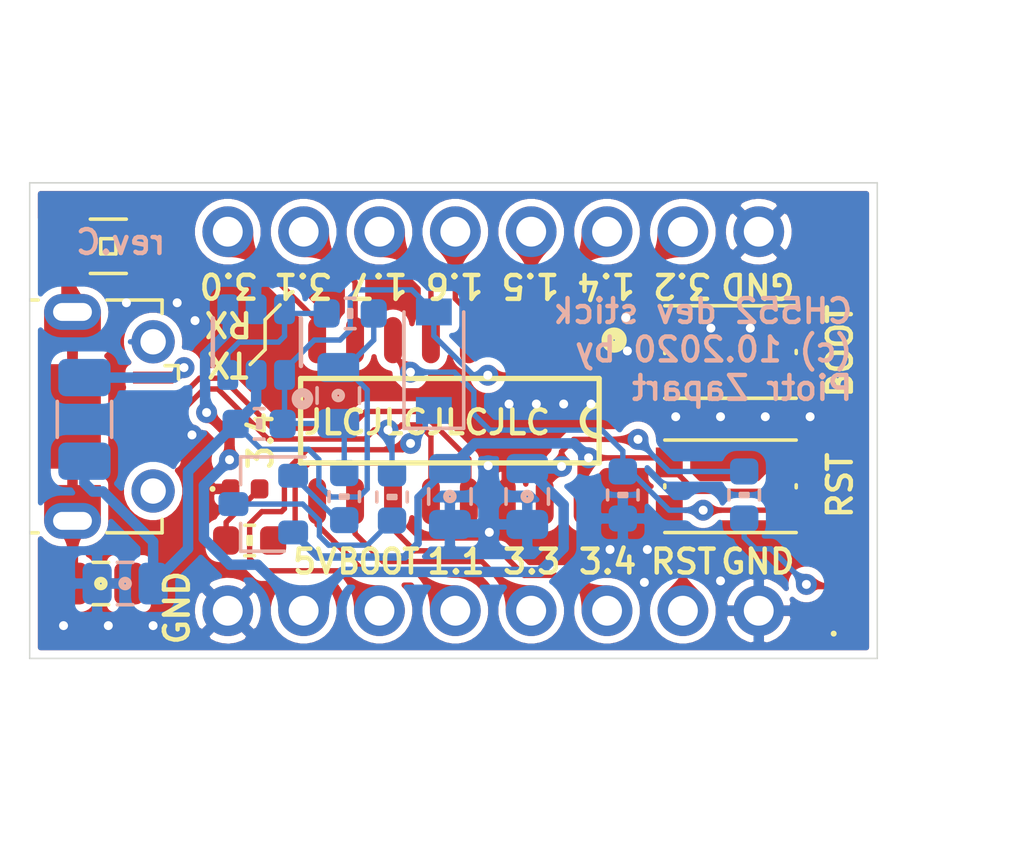
<source format=kicad_pcb>
(kicad_pcb (version 20171130) (host pcbnew 5.1.8-db9833491~88~ubuntu18.04.1)
  (layers (0 F.Cu signal) (31 B.Cu signal) (34 B.Paste user) (35 F.Paste user) (36 B.SilkS user) (37 F.SilkS user) (38 B.Mask user) (39 F.Mask user) (44 Edge.Cuts user))
  (net 0 "")
  (net 1 +3V3)
  (net 2 GND)
  (net 3 +5V)
  (net 4 "Net-(C3-Pad1)")
  (net 5 "Net-(C3-Pad2)")
  (net 6 "Net-(C4-Pad1)")
  (net 7 "Net-(D1-Pad2)")
  (net 8 /BOOT)
  (net 9 "Net-(F1-Pad1)")
  (net 10 /RST)
  (net 11 /P1.7)
  (net 12 /P1.6)
  (net 13 /P1.5)
  (net 14 /P1.4)
  (net 15 /P1.1)
  (net 16 /P3.4)
  (net 17 /P3.3)
  (net 18 /P3.2)
  (net 19 /TX)
  (net 20 /RX)
  (net 21 /USB_P)
  (net 22 "Net-(J3-Pad4)")
  (net 23 /USB_N)
  (net 24 "Net-(Q2-Pad3)")
  (net 25 "Net-(Q2-Pad1)")
  (net 26 "Net-(D3-Pad2)")
  (net 27 "Net-(Q1-Pad3)")
  (module H_SOT:TSOT26 (layer B.Cu) (at 78.45 82 180)
    (fp_text reference Q1 hide)
    (fp_text value DMG6602SVTQ_TSOT26)
    (pad 6 smd roundrect (at -0.95 1.1 180) (size 0.7 1) (layers B.Cu B.Paste B.Mask) (net 27 "Net-(Q1-Pad3)"))
    (pad 5 smd roundrect (at 0 1.1 180) (size 0.7 1) (layers B.Cu B.Paste B.Mask) (net 2 GND))
    (pad 4 smd roundrect (at 0.95 1.1 180) (size 0.7 1) (layers B.Cu B.Paste B.Mask) (net 3 +5V))
    (pad 3 smd roundrect (at 0.95 -1.1 180) (size 0.7 1) (layers B.Cu B.Paste B.Mask) (net 27 "Net-(Q1-Pad3)"))
    (pad 2 smd roundrect (at 0 -1.1 180) (size 0.7 1) (layers B.Cu B.Paste B.Mask) (net 4 "Net-(C3-Pad1)"))
    (pad 1 smd roundrect (at -0.95 -1.1 180) (size 0.7 1) (layers B.Cu B.Paste B.Mask) (net 5 "Net-(C3-Pad2)"))
  )
  (module H_soic:SOIC16 (layer F.Cu) (at 84.9376 84.6328 270)
    (fp_text reference U1 hide)
    (fp_text value CH552G)
    (pad 16 smd oval (at 2.69748 -4.445 270) (size 1.5494 0.59944) (layers F.Cu F.Paste F.Mask) (net 1 +3V3))
    (pad 15 smd oval (at 2.69748 -3.175 270) (size 1.5494 0.59944) (layers F.Cu F.Paste F.Mask) (net 3 +5V))
    (pad 14 smd oval (at 2.69748 -1.905 270) (size 1.5494 0.59944) (layers F.Cu F.Paste F.Mask) (net 2 GND))
    (pad 13 smd oval (at 2.69748 -0.635 270) (size 1.5494 0.59944) (layers F.Cu F.Paste F.Mask) (net 23 /USB_N))
    (pad 12 smd oval (at 2.69748 0.635 270) (size 1.5494 0.59944) (layers F.Cu F.Paste F.Mask) (net 21 /USB_P))
    (pad 11 smd oval (at 2.69748 1.905 270) (size 1.5494 0.59944) (layers F.Cu F.Paste F.Mask) (net 16 /P3.4))
    (pad 10 smd oval (at 2.69748 3.175 270) (size 1.5494 0.59944) (layers F.Cu F.Paste F.Mask) (net 17 /P3.3))
    (pad 9 smd oval (at 2.69748 4.445 270) (size 1.5494 0.59944) (layers F.Cu F.Paste F.Mask) (net 15 /P1.1))
    (pad 8 smd oval (at -2.69748 4.445 270) (size 1.5494 0.59944) (layers F.Cu F.Paste F.Mask) (net 20 /RX))
    (pad 7 smd oval (at -2.69748 3.175 270) (size 1.5494 0.59944) (layers F.Cu F.Paste F.Mask) (net 19 /TX))
    (pad 6 smd oval (at -2.69748 1.905 270) (size 1.5494 0.59944) (layers F.Cu F.Paste F.Mask) (net 10 /RST))
    (pad 5 smd oval (at -2.69748 0.635 270) (size 1.5494 0.59944) (layers F.Cu F.Paste F.Mask) (net 11 /P1.7))
    (pad 4 smd oval (at -2.69748 -0.635 270) (size 1.5494 0.59944) (layers F.Cu F.Paste F.Mask) (net 12 /P1.6))
    (pad 3 smd oval (at -2.69748 -1.905 270) (size 1.5494 0.59944) (layers F.Cu F.Paste F.Mask) (net 13 /P1.5))
    (pad 2 smd oval (at -2.69748 -3.175 270) (size 1.5494 0.59944) (layers F.Cu F.Paste F.Mask) (net 14 /P1.4))
    (pad 1 smd rect (at -2.69748 -4.445 270) (size 1.5494 0.59944) (layers F.Cu F.Paste F.Mask) (net 18 /P3.2))
  )
  (module H_smd_passives:Hx_R_0603_1608Metric (layer B.Cu) (at 94.7928 87.122 90)
    (fp_text reference R8 hide)
    (fp_text value 10k)
    (pad 1 smd roundrect (at -0.7875 0 90) (size 0.875 0.95) (layers B.Cu B.Paste B.Mask) (net 26 "Net-(D3-Pad2)"))
    (pad 2 smd roundrect (at 0.7875 0 90) (size 0.875 0.95) (layers B.Cu B.Paste B.Mask) (net 3 +5V))
  )
  (module LED_SMD:LED_0402_1005Metric (layer F.Cu) (at 97.79 90.678 90)
    (fp_text reference D3 hide)
    (fp_text value LED_ALT)
    (pad 2 smd roundrect (at 0.485 0 90) (size 0.59 0.64) (layers F.Cu F.Paste F.Mask) (net 26 "Net-(D3-Pad2)"))
    (pad 1 smd roundrect (at -0.485 0 90) (size 0.59 0.64) (layers F.Cu F.Paste F.Mask) (net 2 GND))
  )
  (module H_smd_passives:Hx_R_1206_3216Metric (layer F.Cu) (at 73.5 78.7896)
    (fp_text reference R7 hide)
    (fp_text value R)
    (pad 1 smd roundrect (at -1.4 0) (size 1.25 1.75) (layers F.Cu F.Paste F.Mask) (roundrect_rratio 0.2) (net 6 "Net-(C4-Pad1)"))
    (pad 2 smd roundrect (at 1.4 0) (size 1.25 1.75) (layers F.Cu F.Paste F.Mask) (roundrect_rratio 0.2) (net 2 GND))
  )
  (module H_smd_passives:Hx_R_0603_1608Metric (layer B.Cu) (at 78.55 84.7396)
    (fp_text reference R6 hide)
    (fp_text value 220k)
    (pad 1 smd roundrect (at -0.7875 0) (size 0.875 0.95) (layers B.Cu B.Paste B.Mask) (net 4 "Net-(C3-Pad1)"))
    (pad 2 smd roundrect (at 0.7875 0) (size 0.875 0.95) (layers B.Cu B.Paste B.Mask) (net 5 "Net-(C3-Pad2)"))
  )
  (module H_smd_passives:Hx_R_0603_1608Metric (layer B.Cu) (at 81.4 87.177101 270)
    (fp_text reference R5 hide)
    (fp_text value 220k)
    (pad 1 smd roundrect (at -0.7875 0 270) (size 0.875 0.95) (layers B.Cu B.Paste B.Mask) (net 5 "Net-(C3-Pad2)"))
    (pad 2 smd roundrect (at 0.7875 0 270) (size 0.875 0.95) (layers B.Cu B.Paste B.Mask) (net 25 "Net-(Q2-Pad1)"))
  )
  (module H_smd_passives:Hx_R_0603_1608Metric (layer B.Cu) (at 83 87.1896 270)
    (fp_text reference R4 hide)
    (fp_text value 1k)
    (pad 1 smd roundrect (at -0.7875 0 270) (size 0.875 0.95) (layers B.Cu B.Paste B.Mask) (net 21 /USB_P))
    (pad 2 smd roundrect (at 0.7875 0 270) (size 0.875 0.95) (layers B.Cu B.Paste B.Mask) (net 24 "Net-(Q2-Pad3)"))
  )
  (module H_smd_passives:Hx_R_0603_1608Metric (layer B.Cu) (at 81.6 81.0396 180)
    (fp_text reference R3 hide)
    (fp_text value 220k)
    (pad 1 smd roundrect (at -0.7875 0 180) (size 0.875 0.95) (layers B.Cu B.Paste B.Mask) (net 4 "Net-(C3-Pad1)"))
    (pad 2 smd roundrect (at 0.7875 0 180) (size 0.875 0.95) (layers B.Cu B.Paste B.Mask) (net 27 "Net-(Q1-Pad3)"))
  )
  (module H_smd_passives:Hx_R_0603_1608Metric (layer F.Cu) (at 78.232 88.646)
    (fp_text reference R2 hide)
    (fp_text value 10k)
    (pad 1 smd roundrect (at -0.7875 0) (size 0.875 0.95) (layers F.Cu F.Paste F.Mask) (net 7 "Net-(D1-Pad2)"))
    (pad 2 smd roundrect (at 0.7875 0) (size 0.875 0.95) (layers F.Cu F.Paste F.Mask) (net 16 /P3.4))
  )
  (module H_smd_passives:Hx_R_0603_1608Metric (layer B.Cu) (at 90.7288 87.122 270)
    (fp_text reference R1 hide)
    (fp_text value 10k)
    (pad 1 smd roundrect (at -0.7875 0 270) (size 0.875 0.95) (layers B.Cu B.Paste B.Mask) (net 10 /RST))
    (pad 2 smd roundrect (at 0.7875 0 270) (size 0.875 0.95) (layers B.Cu B.Paste B.Mask) (net 2 GND))
  )
  (module Connector_PinHeader_2.54mm:PinHeader_1x08_P2.54mm_Vertical (layer F.Cu) (at 77.5 91 90)
    (fp_text reference J2 hide)
    (fp_text value Conn_01x08)
    (pad 8 thru_hole oval (at 0 17.78 90) (size 1.7 1.7) (drill 1) (layers *.Cu *.Mask) (net 2 GND))
    (pad 7 thru_hole oval (at 0 15.24 90) (size 1.7 1.7) (drill 1) (layers *.Cu *.Mask) (net 10 /RST))
    (pad 6 thru_hole oval (at 0 12.7 90) (size 1.7 1.7) (drill 1) (layers *.Cu *.Mask) (net 16 /P3.4))
    (pad 5 thru_hole oval (at 0 10.16 90) (size 1.7 1.7) (drill 1) (layers *.Cu *.Mask) (net 17 /P3.3))
    (pad 4 thru_hole oval (at 0 7.62 90) (size 1.7 1.7) (drill 1) (layers *.Cu *.Mask) (net 15 /P1.1))
    (pad 3 thru_hole oval (at 0 5.08 90) (size 1.7 1.7) (drill 1) (layers *.Cu *.Mask) (net 8 /BOOT))
    (pad 2 thru_hole oval (at 0 2.54 90) (size 1.7 1.7) (drill 1) (layers *.Cu *.Mask) (net 3 +5V))
    (pad 1 thru_hole circle (at 0 0 90) (size 1.7 1.7) (drill 1) (layers *.Cu *.Mask) (net 2 GND))
  )
  (module Connector_PinHeader_2.54mm:PinHeader_1x08_P2.54mm_Vertical (layer F.Cu) (at 95.28 78.3 270)
    (fp_text reference J1 hide)
    (fp_text value Conn_01x08)
    (pad 8 thru_hole oval (at 0 17.78 270) (size 1.7 1.7) (drill 1) (layers *.Cu *.Mask) (net 20 /RX))
    (pad 7 thru_hole oval (at 0 15.24 270) (size 1.7 1.7) (drill 1) (layers *.Cu *.Mask) (net 19 /TX))
    (pad 6 thru_hole oval (at 0 12.7 270) (size 1.7 1.7) (drill 1) (layers *.Cu *.Mask) (net 11 /P1.7))
    (pad 5 thru_hole oval (at 0 10.16 270) (size 1.7 1.7) (drill 1) (layers *.Cu *.Mask) (net 12 /P1.6))
    (pad 4 thru_hole oval (at 0 7.62 270) (size 1.7 1.7) (drill 1) (layers *.Cu *.Mask) (net 13 /P1.5))
    (pad 3 thru_hole oval (at 0 5.08 270) (size 1.7 1.7) (drill 1) (layers *.Cu *.Mask) (net 14 /P1.4))
    (pad 2 thru_hole oval (at 0 2.54 270) (size 1.7 1.7) (drill 1) (layers *.Cu *.Mask) (net 18 /P3.2))
    (pad 1 thru_hole circle (at 0 0 270) (size 1.7 1.7) (drill 1) (layers *.Cu *.Mask) (net 2 GND))
  )
  (module H_switches:SW_Push_1P1T_NO_CK_KMR2 (layer F.Cu) (at 94.3344 82.3316 180)
    (fp_text reference SW2 hide)
    (fp_text value SW_Push_45deg hide)
    (pad 1 smd rect (at -2.05 -0.8 180) (size 0.9 1) (layers F.Cu F.Paste F.Mask) (net 5 "Net-(C3-Pad2)"))
    (pad 2 smd rect (at -2.05 0.8 180) (size 0.9 1) (layers F.Cu F.Paste F.Mask) (net 2 GND))
    (pad 1 smd rect (at 2.05 -0.8 180) (size 0.9 1) (layers F.Cu F.Paste F.Mask) (net 5 "Net-(C3-Pad2)"))
    (pad 2 smd rect (at 2.05 0.8 180) (size 0.9 1) (layers F.Cu F.Paste F.Mask) (net 2 GND))
  )
  (module H_SOT:SOT-23 (layer B.Cu) (at 78.6892 87.4268 180)
    (fp_text reference Q2 hide)
    (fp_text value BC807)
    (pad 1 smd roundrect (at -1 0.95 180) (size 1 0.8) (layers B.Cu B.Paste B.Mask) (net 25 "Net-(Q2-Pad1)"))
    (pad 2 smd roundrect (at -1 -0.95 180) (size 1 0.8) (layers B.Cu B.Paste B.Mask) (net 1 +3V3))
    (pad 3 smd roundrect (at 1 0 180) (size 1 0.8) (layers B.Cu B.Paste B.Mask) (net 24 "Net-(Q2-Pad3)"))
  )
  (module Fuse:Fuse_1206_3216Metric (layer B.Cu) (at 72.7 84.5896 270)
    (fp_text reference F1 hide)
    (fp_text value 100m)
    (pad 2 smd roundrect (at 1.4 0 270) (size 1.25 1.75) (layers B.Cu B.Paste B.Mask) (roundrect_rratio 0.2) (net 4 "Net-(C3-Pad1)"))
    (pad 1 smd roundrect (at -1.4 0 270) (size 1.25 1.75) (layers B.Cu B.Paste B.Mask) (roundrect_rratio 0.2) (net 9 "Net-(F1-Pad1)"))
  )
  (module H_switches:SW_Push_1P1T_NO_CK_KMR2 (layer F.Cu) (at 94.3344 86.8316)
    (fp_text reference SW1 hide)
    (fp_text value SW_Push_45deg hide)
    (pad 1 smd rect (at -2.05 -0.8) (size 0.9 1) (layers F.Cu F.Paste F.Mask) (net 1 +3V3))
    (pad 2 smd rect (at -2.05 0.8) (size 0.9 1) (layers F.Cu F.Paste F.Mask) (net 10 /RST))
    (pad 1 smd rect (at 2.05 -0.8) (size 0.9 1) (layers F.Cu F.Paste F.Mask) (net 1 +3V3))
    (pad 2 smd rect (at 2.05 0.8) (size 0.9 1) (layers F.Cu F.Paste F.Mask) (net 10 /RST))
  )
  (module Connector_USB:USB_Micro-B_Molex-105017-0001 (layer F.Cu) (at 73.5375 84.4896 270)
    (fp_text reference J3 hide)
    (fp_text value USB_OTG)
    (pad 6 smd rect (at -2.9 1.2375 270) (size 1.2 1.9) (layers F.Cu F.Mask) (net 6 "Net-(C4-Pad1)"))
    (pad 6 smd rect (at 2.9 1.2375 270) (size 1.2 1.9) (layers F.Cu F.Mask) (net 6 "Net-(C4-Pad1)"))
    (pad 6 thru_hole oval (at 3.5 1.2375 270) (size 1.2 1.9) (drill oval 0.6 1.3) (layers *.Cu *.Mask) (net 6 "Net-(C4-Pad1)"))
    (pad 6 thru_hole oval (at -3.5 1.2375 90) (size 1.2 1.9) (drill oval 0.6 1.3) (layers *.Cu *.Mask) (net 6 "Net-(C4-Pad1)"))
    (pad 6 smd rect (at -1 1.2375 270) (size 1.5 1.9) (layers F.Cu F.Paste F.Mask) (net 6 "Net-(C4-Pad1)"))
    (pad 6 thru_hole circle (at 2.5 -1.4625 270) (size 1.45 1.45) (drill 0.85) (layers *.Cu *.Mask) (net 6 "Net-(C4-Pad1)"))
    (pad 3 smd rect (at 0 -1.4625 270) (size 0.4 1.35) (layers F.Cu F.Paste F.Mask) (net 21 /USB_P))
    (pad 4 smd rect (at 0.65 -1.4625 270) (size 0.4 1.35) (layers F.Cu F.Paste F.Mask) (net 22 "Net-(J3-Pad4)"))
    (pad 5 smd rect (at 1.3 -1.4625 270) (size 0.4 1.35) (layers F.Cu F.Paste F.Mask) (net 2 GND))
    (pad 1 smd rect (at -1.3 -1.4625 270) (size 0.4 1.35) (layers F.Cu F.Paste F.Mask) (net 9 "Net-(F1-Pad1)"))
    (pad 2 smd rect (at -0.65 -1.4625 270) (size 0.4 1.35) (layers F.Cu F.Paste F.Mask) (net 23 /USB_N))
    (pad 6 thru_hole circle (at -2.5 -1.4625 270) (size 1.45 1.45) (drill 0.85) (layers *.Cu *.Mask) (net 6 "Net-(C4-Pad1)") (thermal_gap 0.2))
    (pad 6 smd rect (at 1 1.2375 270) (size 1.5 1.9) (layers F.Cu F.Paste F.Mask) (net 6 "Net-(C4-Pad1)"))
  )
  (module Diode_SMD:D_SOD-123 (layer B.Cu) (at 84.4 82.6396 90)
    (fp_text reference D2 hide)
    (fp_text value SD103AW)
    (pad 2 smd rect (at 1.65 0 90) (size 0.9 1.2) (layers B.Cu B.Paste B.Mask) (net 5 "Net-(C3-Pad2)"))
    (pad 1 smd rect (at -1.65 0 90) (size 0.9 1.2) (layers B.Cu B.Paste B.Mask) (net 8 /BOOT))
  )
  (module LED_SMD:LED_0402_1005Metric (layer F.Cu) (at 78.0796 86.9188)
    (fp_text reference D1 hide)
    (fp_text value LED_ALT)
    (pad 2 smd roundrect (at 0.485 0) (size 0.59 0.64) (layers F.Cu F.Paste F.Mask) (net 7 "Net-(D1-Pad2)"))
    (pad 1 smd roundrect (at -0.485 0) (size 0.59 0.64) (layers F.Cu F.Paste F.Mask) (net 2 GND))
  )
  (module H_smd_passives:Hx_C_0805_2012Metric (layer B.Cu) (at 74.0625 90.0896 180)
    (fp_text reference C5 hide)
    (fp_text value 10u)
    (pad 1 smd roundrect (at -0.9375 0 180) (size 0.975 1.4) (layers B.Cu B.Paste B.Mask) (net 4 "Net-(C3-Pad1)"))
    (pad 2 smd roundrect (at 0.9375 0 180) (size 0.975 1.4) (layers B.Cu B.Paste B.Mask) (net 2 GND))
  )
  (module H_smd_passives:Hx_C_0805_2012Metric (layer F.Cu) (at 73.25 90.0896)
    (fp_text reference C4 hide)
    (fp_text value 1u)
    (pad 1 smd roundrect (at -0.9375 0) (size 0.975 1.4) (layers F.Cu F.Paste F.Mask) (net 6 "Net-(C4-Pad1)"))
    (pad 2 smd roundrect (at 0.9375 0) (size 0.975 1.4) (layers F.Cu F.Paste F.Mask) (net 2 GND))
  )
  (module H_smd_passives:Hx_C_0805_2012Metric (layer B.Cu) (at 81.2 83.7896 270)
    (fp_text reference C3 hide)
    (fp_text value 2u2)
    (pad 1 smd roundrect (at -0.9375 0 270) (size 0.975 1.4) (layers B.Cu B.Paste B.Mask) (net 4 "Net-(C3-Pad1)"))
    (pad 2 smd roundrect (at 0.9375 0 270) (size 0.975 1.4) (layers B.Cu B.Paste B.Mask) (net 5 "Net-(C3-Pad2)"))
  )
  (module H_smd_passives:Hx_C_0805_2012Metric (layer B.Cu) (at 87.5284 87.1728 270)
    (fp_text reference C2 hide)
    (fp_text value 1u)
    (pad 1 smd roundrect (at -0.9375 0 270) (size 0.975 1.4) (layers B.Cu B.Paste B.Mask) (net 3 +5V))
    (pad 2 smd roundrect (at 0.9375 0 270) (size 0.975 1.4) (layers B.Cu B.Paste B.Mask) (net 2 GND))
  )
  (module H_smd_passives:Hx_C_0805_2012Metric (layer B.Cu) (at 84.9376 87.1728 270)
    (fp_text reference C1 hide)
    (fp_text value 1u)
    (pad 1 smd roundrect (at -0.9375 0 270) (size 0.975 1.4) (layers B.Cu B.Paste B.Mask) (net 1 +3V3))
    (pad 2 smd roundrect (at 0.9375 0 270) (size 0.975 1.4) (layers B.Cu B.Paste B.Mask) (net 2 GND))
  )
  (gr_text rev.C (at 75.5 78.65) (layer B.SilkS) (effects (font (size 0.8 0.8)) (justify left mirror)))
  (gr_text JLCJLCJLCJLC (at 84.17 84.69) (layer F.SilkS) (effects (font (size 0.8 0.8))))
  (gr_text GND (at 75.8 90.9 90) (layer F.SilkS) (effects (font (size 0.8 0.8))))
  (gr_text "CH552 dev stick\n(c) 10.2020 by\nPiotr Zapart" (at 98.5 82.25) (layer B.SilkS) (effects (font (size 0.8 0.8)) (justify left mirror)))
  (gr_text 3.4 (at 78.6 85.3 90) (layer F.SilkS) (effects (font (size 0.8 0.8))))
  (gr_text BOOT (at 98 82.3 90) (layer F.SilkS) (effects (font (size 0.8 0.8))))
  (gr_text RST (at 98 86.8 90) (layer F.SilkS) (effects (font (size 0.8 0.8))))
  (gr_line (start 78.75 81.25) (end 79.25 80.75) (layer F.SilkS) (width 0.12))
  (gr_line (start 78.75 82.25) (end 78.75 81.25) (layer F.SilkS) (width 0.12))
  (gr_line (start 78.25 82.75) (end 78.75 82.25) (layer F.SilkS) (width 0.12))
  (gr_text TX (at 77.5 82.75 180) (layer F.SilkS) (effects (font (size 0.8 0.8))))
  (gr_text GND (at 95.25 80.1116 180) (layer F.SilkS) (effects (font (size 0.8 0.8))))
  (gr_text 3.2 (at 92.71 80.1116 180) (layer F.SilkS) (effects (font (size 0.8 0.8))))
  (gr_text 1.4 (at 90.17 80.1116 180) (layer F.SilkS) (effects (font (size 0.8 0.8))))
  (gr_text 1.5 (at 87.63 80.1116 180) (layer F.SilkS) (effects (font (size 0.8 0.8))))
  (gr_text 1.6 (at 85.09 80.1116 180) (layer F.SilkS) (effects (font (size 0.8 0.8))))
  (gr_text 1.7 (at 82.55 80.1116 180) (layer F.SilkS) (effects (font (size 0.8 0.8))))
  (gr_text 3.1 (at 80.01 80.1116 180) (layer F.SilkS) (effects (font (size 0.8 0.8))))
  (gr_text "RX\n3.0" (at 77.5208 80.75 180) (layer F.SilkS) (effects (font (size 0.8 0.8))))
  (gr_text GND (at 95.25 89.3572) (layer F.SilkS) (effects (font (size 0.8 0.8))))
  (gr_text RST (at 92.7608 89.3572) (layer F.SilkS) (effects (font (size 0.8 0.8))))
  (gr_text 3.4 (at 90.2208 89.3572) (layer F.SilkS) (effects (font (size 0.8 0.8))))
  (gr_text 3.3 (at 87.6808 89.3572) (layer F.SilkS) (effects (font (size 0.8 0.8))))
  (gr_text 1.1 (at 85.1408 89.3572) (layer F.SilkS) (effects (font (size 0.8 0.8))))
  (gr_text BOOT (at 82.55 89.3572) (layer F.SilkS) (effects (font (size 0.8 0.7))))
  (gr_text 5V (at 80.4164 89.3572) (layer F.SilkS) (effects (font (size 0.8 0.8))))
  (gr_line (start 70.866 92.6) (end 70.866 76.6636) (layer Edge.Cuts) (width 0.05))
  (gr_line (start 99.25 92.6) (end 70.866 92.6) (layer Edge.Cuts) (width 0.05))
  (gr_line (start 99.25 76.6636) (end 99.25 92.6) (layer Edge.Cuts) (width 0.05))
  (gr_line (start 70.866 76.6636) (end 99.25 76.6636) (layer Edge.Cuts) (width 0.05))
  (segment (start 84.9376 86.2353) (end 85.78011 85.39279) (width 0.35) (layer B.Cu) (net 1))
  (segment (start 85.78011 85.39279) (end 89.096714 85.39279) (width 0.35) (layer B.Cu) (net 1))
  (via (at 89.582443 85.878519) (size 0.7) (drill 0.3) (layers F.Cu B.Cu) (net 1))
  (segment (start 89.096714 85.39279) (end 89.582443 85.878519) (width 0.35) (layer B.Cu) (net 1))
  (segment (start 80.5124 89.2) (end 79.6892 88.3768) (width 0.25) (layer B.Cu) (net 1))
  (segment (start 83.4184 89.2) (end 80.5124 89.2) (width 0.25) (layer B.Cu) (net 1))
  (segment (start 83.8708 88.7476) (end 83.4184 89.2) (width 0.25) (layer B.Cu) (net 1))
  (segment (start 83.8708 87.2005) (end 83.8708 88.7476) (width 0.25) (layer B.Cu) (net 1))
  (segment (start 84.836 86.2353) (end 83.8708 87.2005) (width 0.25) (layer B.Cu) (net 1))
  (segment (start 92.131319 85.878519) (end 92.2844 86.0316) (width 0.18) (layer F.Cu) (net 1))
  (segment (start 89.582443 85.878519) (end 92.131319 85.878519) (width 0.18) (layer F.Cu) (net 1))
  (segment (start 89.3826 86.078362) (end 89.3826 87.33028) (width 0.35) (layer F.Cu) (net 1))
  (segment (start 89.582443 85.878519) (end 89.3826 86.078362) (width 0.35) (layer F.Cu) (net 1))
  (segment (start 92.2844 86.0316) (end 92.2844 86.1344) (width 0.18) (layer F.Cu) (net 1))
  (segment (start 92.2844 86.1344) (end 93.15 87) (width 0.18) (layer F.Cu) (net 1))
  (segment (start 95.416 87) (end 96.3844 86.0316) (width 0.18) (layer F.Cu) (net 1))
  (segment (start 93.15 87) (end 95.416 87) (width 0.18) (layer F.Cu) (net 1))
  (segment (start 84.5312 83.7184) (end 83.285824 83.7184) (width 0.35) (layer F.Cu) (net 2))
  (segment (start 82.879424 83.312) (end 82.296 83.312) (width 0.35) (layer F.Cu) (net 2))
  (segment (start 83.128407 83.560983) (end 81.945417 83.560983) (width 0.35) (layer F.Cu) (net 2))
  (segment (start 83.146512 83.579088) (end 82.879424 83.312) (width 0.35) (layer F.Cu) (net 2))
  (segment (start 83.146512 83.579088) (end 83.128407 83.560983) (width 0.35) (layer F.Cu) (net 2))
  (segment (start 83.285824 83.7184) (end 83.146512 83.579088) (width 0.35) (layer F.Cu) (net 2))
  (segment (start 74.145 85.7896) (end 73.75 85.3946) (width 0.18) (layer F.Cu) (net 2))
  (segment (start 75 85.7896) (end 74.145 85.7896) (width 0.18) (layer F.Cu) (net 2))
  (segment (start 74.145 85.7896) (end 73.8 86.1346) (width 0.18) (layer F.Cu) (net 2))
  (segment (start 73.8 86.1346) (end 73.8 88.3896) (width 0.18) (layer F.Cu) (net 2))
  (segment (start 74.1875 88.7771) (end 74.1875 90.0896) (width 0.18) (layer F.Cu) (net 2))
  (segment (start 73.8 88.3896) (end 74.1875 88.7771) (width 0.18) (layer F.Cu) (net 2))
  (via (at 76.3016 85.1096) (size 0.7) (drill 0.3) (layers F.Cu B.Cu) (net 2))
  (via (at 86.2584 88.37278) (size 0.7) (drill 0.3) (layers F.Cu B.Cu) (net 2))
  (segment (start 76.3016 85.6258) (end 76.3016 85.1096) (width 0.18) (layer F.Cu) (net 2))
  (segment (start 86.2861 88.34508) (end 86.2584 88.37278) (width 0.35) (layer B.Cu) (net 2))
  (segment (start 86.52088 88.1103) (end 86.2584 88.37278) (width 0.35) (layer B.Cu) (net 2))
  (segment (start 87.5284 88.1103) (end 86.52088 88.1103) (width 0.35) (layer B.Cu) (net 2))
  (segment (start 85.09848 88.37278) (end 84.836 88.1103) (width 0.35) (layer B.Cu) (net 2))
  (segment (start 86.2584 88.37278) (end 85.09848 88.37278) (width 0.35) (layer B.Cu) (net 2))
  (segment (start 92.2844 81.5316) (end 93.6776 81.5316) (width 0.18) (layer F.Cu) (net 2))
  (segment (start 86.2584 88.37278) (end 86.64558 88.37278) (width 0.18) (layer F.Cu) (net 2))
  (via (at 91.55 88.95) (size 0.7) (drill 0.3) (layers F.Cu B.Cu) (net 2))
  (segment (start 86.64558 88.37278) (end 87.376 89.1032) (width 0.18) (layer F.Cu) (net 2))
  (segment (start 90.678 87.9603) (end 90.7288 87.9095) (width 0.18) (layer B.Cu) (net 2))
  (segment (start 90.678 89.1032) (end 90.678 87.9603) (width 0.18) (layer B.Cu) (net 2))
  (segment (start 73.75 80.682) (end 74.1056 80.682) (width 0.18) (layer F.Cu) (net 2))
  (segment (start 89.662 89.1032) (end 90.678 89.1032) (width 0.18) (layer F.Cu) (net 2))
  (via (at 90.3 88.95) (size 0.7) (drill 0.3) (layers F.Cu B.Cu) (net 2))
  (via (at 91.45 90.05) (size 0.7) (drill 0.3) (layers F.Cu B.Cu) (net 2))
  (segment (start 87.7316 89.1032) (end 87.7824 89.1032) (width 0.35) (layer F.Cu) (net 2))
  (segment (start 87.376 89.1032) (end 87.7824 89.1032) (width 0.18) (layer F.Cu) (net 2))
  (segment (start 87.7824 89.1032) (end 89.662 89.1032) (width 0.18) (layer F.Cu) (net 2))
  (segment (start 93.6776 81.5316) (end 94.9984 81.5316) (width 0.18) (layer F.Cu) (net 2))
  (via (at 93.6776 81.5316) (size 0.7) (drill 0.3) (layers F.Cu B.Cu) (net 2))
  (segment (start 94.9984 81.5316) (end 96.3844 81.5316) (width 0.18) (layer F.Cu) (net 2))
  (via (at 94.9984 81.5316) (size 0.7) (drill 0.3) (layers F.Cu B.Cu) (net 2))
  (via (at 90.8304 81.1784) (size 0.7) (drill 0.3) (layers F.Cu B.Cu) (net 2))
  (segment (start 73.75 78.7896) (end 74.9 78.7896) (width 0.18) (layer F.Cu) (net 2))
  (segment (start 73.75 80.682) (end 73.75 78.7896) (width 0.18) (layer F.Cu) (net 2))
  (segment (start 76.3016 85.513) (end 76.3016 85.1096) (width 0.35) (layer F.Cu) (net 2))
  (segment (start 76.025 85.7896) (end 76.3016 85.513) (width 0.35) (layer F.Cu) (net 2))
  (segment (start 75 85.7896) (end 76.025 85.7896) (width 0.35) (layer F.Cu) (net 2))
  (segment (start 73.75 88.3396) (end 73.8 88.3896) (width 0.5) (layer F.Cu) (net 2))
  (segment (start 73.75 82.5892) (end 73.75 88.3396) (width 0.5) (layer F.Cu) (net 2))
  (segment (start 73.75 82.5892) (end 73.75 80.682) (width 0.18) (layer F.Cu) (net 2))
  (segment (start 73.75 85.3946) (end 73.75 82.5892) (width 0.18) (layer F.Cu) (net 2))
  (via (at 74.1056 80.682) (size 0.7) (drill 0.3) (layers F.Cu B.Cu) (net 2))
  (via (at 86.9188 84.074) (size 0.7) (drill 0.3) (layers F.Cu B.Cu) (net 2))
  (via (at 87.8332 84.074) (size 0.7) (drill 0.3) (layers F.Cu B.Cu) (net 2))
  (via (at 88.7476 84.074) (size 0.7) (drill 0.3) (layers F.Cu B.Cu) (net 2))
  (via (at 89.662 84.074) (size 0.7) (drill 0.3) (layers F.Cu B.Cu) (net 2))
  (via (at 90.8812 82.296) (size 0.7) (drill 0.3) (layers F.Cu B.Cu) (net 2))
  (via (at 72 91.5) (size 0.7) (drill 0.3) (layers F.Cu B.Cu) (net 2))
  (via (at 73.5 91.5) (size 0.7) (drill 0.3) (layers F.Cu B.Cu) (net 2))
  (via (at 75 91.5) (size 0.7) (drill 0.3) (layers F.Cu B.Cu) (net 2))
  (via (at 92.5 84.5) (size 0.7) (drill 0.3) (layers F.Cu B.Cu) (net 2))
  (via (at 94 84.5) (size 0.7) (drill 0.3) (layers F.Cu B.Cu) (net 2))
  (via (at 95.5 84.5) (size 0.7) (drill 0.3) (layers F.Cu B.Cu) (net 2))
  (via (at 97 84.5) (size 0.7) (drill 0.3) (layers F.Cu B.Cu) (net 2))
  (via (at 94 90) (size 0.7) (drill 0.3) (layers F.Cu B.Cu) (net 2))
  (segment (start 86.8426 87.33028) (end 86.8426 88.2142) (width 0.35) (layer F.Cu) (net 2))
  (segment (start 86.8426 88.2142) (end 87.7316 89.1032) (width 0.35) (layer F.Cu) (net 2))
  (segment (start 86.8426 87.78858) (end 86.2584 88.37278) (width 0.5) (layer F.Cu) (net 2))
  (segment (start 86.8426 87.33028) (end 86.8426 87.78858) (width 0.5) (layer F.Cu) (net 2))
  (segment (start 86.8426 87.33028) (end 86.8426 87.9426) (width 0.5) (layer F.Cu) (net 2))
  (segment (start 87.12722 88.37278) (end 87.2 88.3) (width 0.5) (layer F.Cu) (net 2))
  (segment (start 86.2584 88.37278) (end 87.12722 88.37278) (width 0.5) (layer F.Cu) (net 2))
  (segment (start 86.8426 87.9426) (end 87.2 88.3) (width 0.5) (layer F.Cu) (net 2))
  (segment (start 87.2 88.3) (end 87.7 88.8) (width 0.5) (layer F.Cu) (net 2))
  (segment (start 74.1056 80.682) (end 75.8052 80.682) (width 0.18) (layer F.Cu) (net 2))
  (via (at 76.4032 81.28) (size 0.7) (drill 0.3) (layers F.Cu B.Cu) (net 2))
  (segment (start 75.8052 80.682) (end 76.4032 81.28) (width 0.18) (layer F.Cu) (net 2))
  (segment (start 76.4032 81.28) (end 78.3844 83.2612) (width 0.18) (layer F.Cu) (net 2))
  (segment (start 75.8052 80.682) (end 75.8052 80.682) (width 0.18) (layer F.Cu) (net 2))
  (via (at 75.8052 80.682) (size 0.7) (drill 0.3) (layers F.Cu B.Cu) (net 2))
  (segment (start 86.8426 87.33028) (end 86.8426 86.1526) (width 0.18) (layer F.Cu) (net 2))
  (segment (start 86.8426 86.1526) (end 86.83 86.14) (width 0.18) (layer F.Cu) (net 2))
  (via (at 86.22 86.14) (size 0.7) (drill 0.3) (layers F.Cu B.Cu) (net 2))
  (via (at 76.790807 84.360007) (size 0.7) (drill 0.3) (layers F.Cu B.Cu) (net 3))
  (segment (start 76.708 84.2772) (end 76.790807 84.360007) (width 0.35) (layer B.Cu) (net 3))
  (via (at 77.558561 85.940561) (size 0.7) (drill 0.3) (layers F.Cu B.Cu) (net 3))
  (segment (start 76.790807 84.360007) (end 77.558561 85.127761) (width 0.35) (layer F.Cu) (net 3))
  (segment (start 77.558561 85.127761) (end 77.558561 85.940561) (width 0.35) (layer F.Cu) (net 3))
  (segment (start 88.7476 87.4545) (end 87.5284 86.2353) (width 0.35) (layer B.Cu) (net 3))
  (segment (start 88.7476 88.9) (end 88.7476 87.4545) (width 0.35) (layer B.Cu) (net 3))
  (segment (start 87.9476 89.7) (end 88.7476 88.9) (width 0.35) (layer B.Cu) (net 3))
  (segment (start 80.04 91) (end 81.34 89.7) (width 0.35) (layer B.Cu) (net 3))
  (segment (start 81.34 89.7) (end 87.9476 89.7) (width 0.35) (layer B.Cu) (net 3))
  (segment (start 88.1126 87.33028) (end 88.1126 86.729781) (width 0.35) (layer F.Cu) (net 3))
  (segment (start 87.5284 86.2353) (end 88.607081 86.2353) (width 0.35) (layer B.Cu) (net 3))
  (segment (start 88.1126 86.729781) (end 88.67759 86.164791) (width 0.35) (layer F.Cu) (net 3))
  (segment (start 88.607081 86.2353) (end 88.67759 86.164791) (width 0.35) (layer B.Cu) (net 3))
  (via (at 88.67759 86.164791) (size 0.7) (drill 0.3) (layers F.Cu B.Cu) (net 3))
  (segment (start 88.67759 86.164791) (end 88.67759 85.669817) (width 0.18) (layer F.Cu) (net 3))
  (segment (start 88.67759 85.669817) (end 89.088889 85.258518) (width 0.18) (layer F.Cu) (net 3))
  (segment (start 91.236799 85.258518) (end 91.2368 85.258519) (width 0.18) (layer F.Cu) (net 3))
  (segment (start 90.948118 85.258518) (end 91.236799 85.258518) (width 0.18) (layer F.Cu) (net 3))
  (segment (start 89.088889 85.258518) (end 90.948118 85.258518) (width 0.18) (layer F.Cu) (net 3))
  (via (at 91.236799 85.258518) (size 0.7) (drill 0.3) (layers F.Cu B.Cu) (net 3))
  (segment (start 92.2781 86.3345) (end 94.7928 86.3345) (width 0.18) (layer B.Cu) (net 3))
  (segment (start 91.236799 85.258518) (end 91.236799 85.293199) (width 0.18) (layer B.Cu) (net 3))
  (segment (start 91.236799 85.293199) (end 92.2781 86.3345) (width 0.18) (layer B.Cu) (net 3))
  (segment (start 78.4988 89.4588) (end 80.04 91) (width 0.35) (layer B.Cu) (net 3))
  (segment (start 77.5716 89.4588) (end 78.4988 89.4588) (width 0.35) (layer B.Cu) (net 3))
  (segment (start 77.558561 85.940561) (end 76.7 86.799122) (width 0.35) (layer B.Cu) (net 3))
  (segment (start 76.7 86.799122) (end 76.7 88.5872) (width 0.35) (layer B.Cu) (net 3))
  (segment (start 76.7 88.5872) (end 77.5716 89.4588) (width 0.35) (layer B.Cu) (net 3))
  (segment (start 77.5 81.67) (end 77.5 80.9) (width 0.35) (layer B.Cu) (net 3))
  (segment (start 76.74 82.43) (end 77.5 81.67) (width 0.35) (layer B.Cu) (net 3))
  (segment (start 76.790807 84.360007) (end 76.74 84.3092) (width 0.35) (layer B.Cu) (net 3))
  (segment (start 76.74 84.3092) (end 76.74 82.43) (width 0.35) (layer B.Cu) (net 3))
  (segment (start 75 88.6896) (end 75 90.0896) (width 0.35) (layer B.Cu) (net 4))
  (segment (start 72.7 85.9896) (end 72.7 86.7208) (width 0.35) (layer B.Cu) (net 4))
  (segment (start 72.9864 87.0072) (end 73.3176 87.0072) (width 0.35) (layer B.Cu) (net 4))
  (segment (start 72.7 86.7208) (end 72.9864 87.0072) (width 0.35) (layer B.Cu) (net 4))
  (segment (start 73.3176 87.0072) (end 75 88.6896) (width 0.35) (layer B.Cu) (net 4))
  (segment (start 76.16999 88.91961) (end 75 90.0896) (width 0.35) (layer B.Cu) (net 4))
  (segment (start 77.7625 84.7396) (end 76.16999 86.33211) (width 0.35) (layer B.Cu) (net 4))
  (segment (start 76.16999 86.33211) (end 76.16999 88.91961) (width 0.35) (layer B.Cu) (net 4))
  (segment (start 78.45 84.0521) (end 78.45 83.1) (width 0.35) (layer B.Cu) (net 4))
  (segment (start 77.7625 84.7396) (end 78.45 84.0521) (width 0.35) (layer B.Cu) (net 4))
  (segment (start 78.6125 85.5896) (end 77.7625 84.7396) (width 0.18) (layer B.Cu) (net 4))
  (segment (start 80.2048 85.5896) (end 78.6125 85.5896) (width 0.18) (layer B.Cu) (net 4))
  (segment (start 80.55 85.9348) (end 80.2048 85.5896) (width 0.18) (layer B.Cu) (net 4))
  (segment (start 80.55 86.7896) (end 80.55 85.9348) (width 0.18) (layer B.Cu) (net 4))
  (segment (start 80.95 87.1896) (end 80.55 86.7896) (width 0.18) (layer B.Cu) (net 4))
  (segment (start 82.17001 86.91959) (end 81.9 87.1896) (width 0.18) (layer B.Cu) (net 4))
  (segment (start 82.17001 83.60001) (end 82.17001 86.91959) (width 0.18) (layer B.Cu) (net 4))
  (segment (start 81.9 87.1896) (end 80.95 87.1896) (width 0.18) (layer B.Cu) (net 4))
  (segment (start 81.4221 82.8521) (end 82.17001 83.60001) (width 0.18) (layer B.Cu) (net 4))
  (segment (start 81.2 82.8521) (end 81.4221 82.8521) (width 0.18) (layer B.Cu) (net 4))
  (segment (start 81.4679 82.8521) (end 81.2 82.8521) (width 0.18) (layer B.Cu) (net 4))
  (segment (start 82.3875 81.0396) (end 82.3875 81.9325) (width 0.18) (layer B.Cu) (net 4))
  (segment (start 82.3875 81.9325) (end 81.4679 82.8521) (width 0.18) (layer B.Cu) (net 4))
  (segment (start 81.4 84.9271) (end 81.2 84.7271) (width 0.18) (layer B.Cu) (net 5))
  (segment (start 81.4 86.389601) (end 81.4 84.9271) (width 0.18) (layer B.Cu) (net 5))
  (segment (start 92.2844 83.1316) (end 96.3844 83.1316) (width 0.18) (layer F.Cu) (net 5))
  (segment (start 84.4 81.7896) (end 84.4 80.9896) (width 0.18) (layer B.Cu) (net 5))
  (via (at 86.2076 83.1088) (size 0.7) (drill 0.3) (layers F.Cu B.Cu) (net 5))
  (segment (start 86.1978 83.099) (end 86.2076 83.1088) (width 0.18) (layer B.Cu) (net 5))
  (segment (start 85.7094 83.099) (end 86.1978 83.099) (width 0.18) (layer B.Cu) (net 5))
  (segment (start 85.7094 83.099) (end 84.4 81.7896) (width 0.18) (layer B.Cu) (net 5))
  (segment (start 92.2616 83.1088) (end 92.2844 83.1316) (width 0.18) (layer F.Cu) (net 5))
  (segment (start 86.2076 83.1088) (end 92.2616 83.1088) (width 0.18) (layer F.Cu) (net 5))
  (segment (start 79.35 84.7271) (end 79.3375 84.7396) (width 0.18) (layer B.Cu) (net 5))
  (segment (start 81.2 84.7271) (end 79.35 84.7271) (width 0.18) (layer B.Cu) (net 5))
  (segment (start 79.4 84.6771) (end 79.3375 84.7396) (width 0.18) (layer B.Cu) (net 5))
  (segment (start 79.4 83.1) (end 79.4 84.6771) (width 0.18) (layer B.Cu) (net 5))
  (segment (start 79.4 82.93) (end 80.4 81.93) (width 0.18) (layer B.Cu) (net 5))
  (segment (start 81.850906 80.25) (end 83.6604 80.25) (width 0.18) (layer B.Cu) (net 5))
  (segment (start 81.6 81.5896) (end 81.6 80.500906) (width 0.18) (layer B.Cu) (net 5))
  (segment (start 81.6 80.500906) (end 81.850906 80.25) (width 0.18) (layer B.Cu) (net 5))
  (segment (start 81.2596 81.93) (end 81.6 81.5896) (width 0.18) (layer B.Cu) (net 5))
  (segment (start 79.4 83.1) (end 79.4 82.93) (width 0.18) (layer B.Cu) (net 5))
  (segment (start 83.6604 80.25) (end 84.4 80.9896) (width 0.18) (layer B.Cu) (net 5))
  (segment (start 80.4 81.93) (end 81.2596 81.93) (width 0.18) (layer B.Cu) (net 5))
  (segment (start 72.3 81.5896) (end 72.3 83.4896) (width 0.35) (layer F.Cu) (net 6))
  (segment (start 72.3 83.4896) (end 72.3 85.4896) (width 0.35) (layer F.Cu) (net 6))
  (segment (start 72.3 85.4896) (end 72.3 87.9896) (width 0.35) (layer F.Cu) (net 6))
  (segment (start 72.3125 88.0021) (end 72.3 87.9896) (width 0.35) (layer F.Cu) (net 6))
  (segment (start 72.3125 90.0896) (end 72.3125 88.0021) (width 0.35) (layer F.Cu) (net 6))
  (segment (start 72.1 80.7896) (end 72.3 80.9896) (width 0.35) (layer F.Cu) (net 6))
  (segment (start 72.1 78.7896) (end 72.1 80.7896) (width 0.35) (layer F.Cu) (net 6))
  (segment (start 75 81.9896) (end 74.2426 81.9896) (width 0.18) (layer B.Cu) (net 6))
  (segment (start 77.4445 88.0389) (end 77.4445 88.646) (width 0.18) (layer F.Cu) (net 7))
  (segment (start 78.5646 86.9188) (end 77.4445 88.0389) (width 0.18) (layer F.Cu) (net 7))
  (segment (start 82.58 90.42) (end 82.58 91) (width 0.18) (layer B.Cu) (net 8))
  (via (at 83.62 85.3948) (size 0.7) (drill 0.3) (layers F.Cu B.Cu) (net 8))
  (segment (start 78.6384 89.662) (end 81.242 89.662) (width 0.18) (layer F.Cu) (net 8))
  (segment (start 78.232 89.2556) (end 78.6384 89.662) (width 0.18) (layer F.Cu) (net 8))
  (segment (start 81.242 89.662) (end 82.58 91) (width 0.18) (layer F.Cu) (net 8))
  (segment (start 80.152447 85.606822) (end 79.39599 86.363279) (width 0.18) (layer F.Cu) (net 8))
  (segment (start 79.39599 87.58361) (end 79.2988 87.6808) (width 0.18) (layer F.Cu) (net 8))
  (segment (start 79.2988 87.6808) (end 78.6384 87.6808) (width 0.18) (layer F.Cu) (net 8))
  (segment (start 78.6384 87.6808) (end 78.232 88.0872) (width 0.18) (layer F.Cu) (net 8))
  (segment (start 78.232 88.0872) (end 78.232 89.2556) (width 0.18) (layer F.Cu) (net 8))
  (segment (start 83.353978 85.606822) (end 80.152447 85.606822) (width 0.18) (layer F.Cu) (net 8))
  (segment (start 83.6676 85.2932) (end 83.353978 85.606822) (width 0.18) (layer F.Cu) (net 8))
  (segment (start 79.39599 86.363279) (end 79.39599 87.58361) (width 0.18) (layer F.Cu) (net 8))
  (segment (start 84.1154 84.5742) (end 84.4 84.2896) (width 0.18) (layer B.Cu) (net 8))
  (segment (start 84.1154 84.8454) (end 84.1154 84.5742) (width 0.18) (layer B.Cu) (net 8))
  (segment (start 84.1154 84.8454) (end 83.6676 85.2932) (width 0.18) (layer B.Cu) (net 8))
  (segment (start 75 83.1896) (end 75.698444 83.1896) (width 0.35) (layer F.Cu) (net 9))
  (segment (start 72.7 83.1896) (end 75.698444 83.1896) (width 0.35) (layer B.Cu) (net 9))
  (segment (start 75.698444 83.1896) (end 76.034022 82.854022) (width 0.35) (layer F.Cu) (net 9))
  (via (at 76.034022 82.854022) (size 0.7) (drill 0.3) (layers F.Cu B.Cu) (net 9))
  (segment (start 75.698444 83.1896) (end 76.034022 82.854022) (width 0.35) (layer B.Cu) (net 9))
  (segment (start 92.74 91.635) (end 92.74 89.3364) (width 0.18) (layer F.Cu) (net 10))
  (segment (start 92.2844 88.8808) (end 92.2844 87.6316) (width 0.18) (layer F.Cu) (net 10))
  (segment (start 92.74 89.3364) (end 92.2844 88.8808) (width 0.18) (layer F.Cu) (net 10))
  (segment (start 92.2844 87.6316) (end 93.4196 87.6316) (width 0.18) (layer F.Cu) (net 10))
  (via (at 93.4196 87.6316) (size 0.7) (drill 0.3) (layers F.Cu B.Cu) (net 10))
  (via (at 83.616797 83.007203) (size 0.7) (drill 0.3) (layers F.Cu B.Cu) (net 10))
  (segment (start 83.0326 81.93532) (end 83.0326 82.423006) (width 0.18) (layer F.Cu) (net 10))
  (segment (start 83.0326 82.423006) (end 83.616797 83.007203) (width 0.18) (layer F.Cu) (net 10))
  (segment (start 90.7288 86.3345) (end 90.7288 85.6488) (width 0.18) (layer B.Cu) (net 10))
  (segment (start 85.739999 83.657199) (end 85.090003 83.007203) (width 0.18) (layer B.Cu) (net 10))
  (segment (start 85.090003 83.007203) (end 83.616797 83.007203) (width 0.18) (layer B.Cu) (net 10))
  (segment (start 85.739999 84.419199) (end 85.739999 83.657199) (width 0.18) (layer B.Cu) (net 10))
  (segment (start 86.26858 84.94778) (end 85.739999 84.419199) (width 0.18) (layer B.Cu) (net 10))
  (segment (start 90.02778 84.94778) (end 86.26858 84.94778) (width 0.18) (layer B.Cu) (net 10))
  (segment (start 90.7288 85.6488) (end 90.02778 84.94778) (width 0.18) (layer B.Cu) (net 10))
  (segment (start 92.2844 87.6316) (end 93.4196 87.6316) (width 0.18) (layer B.Cu) (net 10))
  (segment (start 90.7288 86.3345) (end 90.9873 86.3345) (width 0.18) (layer B.Cu) (net 10))
  (segment (start 90.9873 86.3345) (end 92.2844 87.6316) (width 0.18) (layer B.Cu) (net 10))
  (segment (start 93.4196 87.6316) (end 96.3844 87.6316) (width 0.18) (layer F.Cu) (net 10))
  (segment (start 82.58 79.02287) (end 82.58 78.3) (width 0.18) (layer F.Cu) (net 11))
  (segment (start 82.58 78.3128) (end 82.58 78.3) (width 0.18) (layer F.Cu) (net 11))
  (segment (start 84.3026 81.93532) (end 84.3026 80.0354) (width 0.18) (layer F.Cu) (net 11))
  (segment (start 84.3026 80.0354) (end 82.58 78.3128) (width 0.18) (layer F.Cu) (net 11))
  (segment (start 85.24353 78.42353) (end 85.12 78.3) (width 0.18) (layer F.Cu) (net 12))
  (segment (start 85.5726 81.93532) (end 85.5726 81.0006) (width 0.18) (layer F.Cu) (net 12))
  (segment (start 85.12 80.548) (end 85.12 78.3) (width 0.18) (layer F.Cu) (net 12))
  (segment (start 85.5726 81.0006) (end 85.12 80.548) (width 0.18) (layer F.Cu) (net 12))
  (segment (start 86.8426 81.93532) (end 86.8426 80.6958) (width 0.18) (layer F.Cu) (net 13))
  (segment (start 87.66 79.8784) (end 87.66 78.3) (width 0.18) (layer F.Cu) (net 13))
  (segment (start 86.8426 80.6958) (end 87.66 79.8784) (width 0.18) (layer F.Cu) (net 13))
  (segment (start 88.1126 81.93532) (end 88.1126 80.645) (width 0.18) (layer F.Cu) (net 14))
  (segment (start 90.2 78.5576) (end 90.2 78.3) (width 0.18) (layer F.Cu) (net 14))
  (segment (start 88.1126 80.645) (end 90.2 78.5576) (width 0.18) (layer F.Cu) (net 14))
  (segment (start 80.4926 87.33028) (end 80.4926 88.1126) (width 0.18) (layer F.Cu) (net 15))
  (segment (start 80.4926 88.1126) (end 82.0928 89.7128) (width 0.18) (layer F.Cu) (net 15))
  (segment (start 83.8328 89.7128) (end 85.12 91) (width 0.18) (layer F.Cu) (net 15))
  (segment (start 82.0928 89.7128) (end 83.8328 89.7128) (width 0.18) (layer F.Cu) (net 15))
  (segment (start 83.0326 87.33028) (end 83.0326 88.265) (width 0.18) (layer F.Cu) (net 16))
  (segment (start 83.76038 88.99278) (end 86.60518 88.99278) (width 0.18) (layer F.Cu) (net 16))
  (segment (start 83.0326 88.265) (end 83.76038 88.99278) (width 0.18) (layer F.Cu) (net 16))
  (segment (start 86.60518 88.99278) (end 87.4268 89.8144) (width 0.18) (layer F.Cu) (net 16))
  (segment (start 89.0144 89.8144) (end 90.2 91) (width 0.18) (layer F.Cu) (net 16))
  (segment (start 87.4268 89.8144) (end 89.0144 89.8144) (width 0.18) (layer F.Cu) (net 16))
  (segment (start 79.502 88.646) (end 79.0195 88.646) (width 0.18) (layer F.Cu) (net 16))
  (segment (start 83.0326 87.33028) (end 83.0326 86.37558) (width 0.18) (layer F.Cu) (net 16))
  (segment (start 82.71222 86.0552) (end 80.2132 86.0552) (width 0.18) (layer F.Cu) (net 16))
  (segment (start 80.2132 86.0552) (end 79.756 86.5124) (width 0.18) (layer F.Cu) (net 16))
  (segment (start 79.756 86.5124) (end 79.756 88.392) (width 0.18) (layer F.Cu) (net 16))
  (segment (start 83.0326 86.37558) (end 82.71222 86.0552) (width 0.18) (layer F.Cu) (net 16))
  (segment (start 79.756 88.392) (end 79.502 88.646) (width 0.18) (layer F.Cu) (net 16))
  (segment (start 81.7626 87.33028) (end 81.7626 88.4174) (width 0.18) (layer F.Cu) (net 17))
  (segment (start 81.7626 88.4174) (end 82.69799 89.35279) (width 0.18) (layer F.Cu) (net 17))
  (segment (start 86.01279 89.35279) (end 87.66 91) (width 0.18) (layer F.Cu) (net 17))
  (segment (start 82.69799 89.35279) (end 86.01279 89.35279) (width 0.18) (layer F.Cu) (net 17))
  (segment (start 89.3826 80.899) (end 89.3826 81.93532) (width 0.18) (layer F.Cu) (net 18))
  (segment (start 89.9686 80.313) (end 89.3826 80.899) (width 0.18) (layer F.Cu) (net 18))
  (segment (start 92.74 78.3) (end 90.727 80.313) (width 0.18) (layer F.Cu) (net 18))
  (segment (start 90.727 80.313) (end 89.9686 80.313) (width 0.18) (layer F.Cu) (net 18))
  (segment (start 81.7626 81.93532) (end 81.7626 79.9846) (width 0.18) (layer F.Cu) (net 19))
  (segment (start 80.078 78.3) (end 80.04 78.3) (width 0.18) (layer F.Cu) (net 19))
  (segment (start 81.7626 79.9846) (end 80.078 78.3) (width 0.18) (layer F.Cu) (net 19))
  (segment (start 77.5 77.665) (end 77.5 78.1604) (width 0.18) (layer F.Cu) (net 20))
  (segment (start 80.4926 81.2926) (end 77.5 78.3) (width 0.18) (layer F.Cu) (net 20))
  (segment (start 80.4926 81.93532) (end 80.4926 81.2926) (width 0.18) (layer F.Cu) (net 20))
  (segment (start 78.846011 85.246811) (end 77.169611 83.570411) (width 0.18) (layer F.Cu) (net 21))
  (segment (start 77.169611 83.570411) (end 76.703589 83.570411) (width 0.18) (layer F.Cu) (net 21))
  (segment (start 75.7844 84.4896) (end 75 84.4896) (width 0.18) (layer F.Cu) (net 21))
  (segment (start 76.703589 83.570411) (end 75.7844 84.4896) (width 0.18) (layer F.Cu) (net 21))
  (segment (start 84.3026 85.159798) (end 83.917601 84.774799) (width 0.18) (layer F.Cu) (net 21))
  (segment (start 84.3026 87.33028) (end 84.3026 85.159798) (width 0.18) (layer F.Cu) (net 21))
  (via (at 82.864479 84.94359) (size 0.7) (drill 0.3) (layers F.Cu B.Cu) (net 21))
  (segment (start 82.94609 85.025201) (end 82.864479 84.94359) (width 0.18) (layer F.Cu) (net 21))
  (segment (start 83.075201 85.025201) (end 82.94609 85.025201) (width 0.18) (layer F.Cu) (net 21))
  (segment (start 83 85.079111) (end 82.864479 84.94359) (width 0.18) (layer B.Cu) (net 21))
  (segment (start 83 86.4021) (end 83 85.079111) (width 0.18) (layer B.Cu) (net 21))
  (segment (start 83.475201 84.774799) (end 83.325603 84.774799) (width 0.18) (layer F.Cu) (net 21))
  (segment (start 83.917601 84.774799) (end 83.475201 84.774799) (width 0.18) (layer F.Cu) (net 21))
  (segment (start 82.400032 84.94359) (end 82.096811 85.246811) (width 0.18) (layer F.Cu) (net 21))
  (segment (start 82.864479 84.94359) (end 82.400032 84.94359) (width 0.18) (layer F.Cu) (net 21))
  (segment (start 82.096811 85.246811) (end 78.846011 85.246811) (width 0.18) (layer F.Cu) (net 21))
  (segment (start 83.475201 84.774799) (end 83.325201 84.774799) (width 0.18) (layer F.Cu) (net 21))
  (segment (start 82.958069 84.85) (end 82.864479 84.94359) (width 0.18) (layer F.Cu) (net 21))
  (segment (start 83.25 84.85) (end 82.958069 84.85) (width 0.18) (layer F.Cu) (net 21))
  (segment (start 83.25 84.85) (end 83.325201 84.774799) (width 0.18) (layer F.Cu) (net 21))
  (segment (start 85.5726 85.920666) (end 85.5726 87.33028) (width 0.18) (layer F.Cu) (net 23))
  (segment (start 82.12641 84.32359) (end 83.975524 84.32359) (width 0.18) (layer F.Cu) (net 23))
  (segment (start 75.925268 83.8396) (end 76.554468 83.2104) (width 0.18) (layer F.Cu) (net 23))
  (segment (start 75 83.8396) (end 75.925268 83.8396) (width 0.18) (layer F.Cu) (net 23))
  (segment (start 78.998975 84.8868) (end 81.5632 84.8868) (width 0.18) (layer F.Cu) (net 23))
  (segment (start 76.554468 83.2104) (end 77.322575 83.2104) (width 0.18) (layer F.Cu) (net 23))
  (segment (start 83.975524 84.32359) (end 85.5726 85.920666) (width 0.18) (layer F.Cu) (net 23))
  (segment (start 77.322575 83.2104) (end 78.998975 84.8868) (width 0.18) (layer F.Cu) (net 23))
  (segment (start 81.5632 84.8868) (end 82.12641 84.32359) (width 0.18) (layer F.Cu) (net 23))
  (segment (start 80.880189 88.804989) (end 82.172111 88.804989) (width 0.18) (layer B.Cu) (net 24))
  (segment (start 82.172111 88.804989) (end 83 87.9771) (width 0.18) (layer B.Cu) (net 24))
  (segment (start 80.5688 88.4936) (end 80.880189 88.804989) (width 0.18) (layer B.Cu) (net 24))
  (segment (start 80.5688 87.9856) (end 80.5688 88.4936) (width 0.18) (layer B.Cu) (net 24))
  (segment (start 80.01 87.4268) (end 80.5688 87.9856) (width 0.18) (layer B.Cu) (net 24))
  (segment (start 77.6892 87.4268) (end 80.01 87.4268) (width 0.18) (layer B.Cu) (net 24))
  (segment (start 81.177001 87.964601) (end 81.4 87.964601) (width 0.18) (layer B.Cu) (net 25))
  (segment (start 79.6892 86.4768) (end 81.177001 87.964601) (width 0.18) (layer B.Cu) (net 25))
  (via (at 96.8756 90.1192) (size 0.7) (drill 0.3) (layers F.Cu B.Cu) (net 26))
  (segment (start 97.79 90.193) (end 96.9494 90.193) (width 0.18) (layer F.Cu) (net 26))
  (segment (start 96.9494 90.193) (end 96.8756 90.1192) (width 0.18) (layer F.Cu) (net 26))
  (segment (start 95.1738 88.9254) (end 95.6818 88.9254) (width 0.18) (layer B.Cu) (net 26))
  (segment (start 95.6818 88.9254) (end 96.8756 90.1192) (width 0.18) (layer B.Cu) (net 26))
  (segment (start 94.7928 87.9095) (end 94.7928 88.5444) (width 0.18) (layer B.Cu) (net 26))
  (segment (start 94.7928 88.5444) (end 95.1738 88.9254) (width 0.18) (layer B.Cu) (net 26))
  (segment (start 79.5396 81.0396) (end 79.4 80.9) (width 0.18) (layer B.Cu) (net 27))
  (segment (start 80.8125 81.0396) (end 79.5396 81.0396) (width 0.18) (layer B.Cu) (net 27))
  (segment (start 77.5 82.38) (end 77.5 83.1) (width 0.18) (layer B.Cu) (net 27))
  (segment (start 77.88 82) (end 77.5 82.38) (width 0.18) (layer B.Cu) (net 27))
  (segment (start 79.2 82) (end 77.88 82) (width 0.18) (layer B.Cu) (net 27))
  (segment (start 79.4 80.9) (end 79.4 81.8) (width 0.18) (layer B.Cu) (net 27))
  (segment (start 79.4 81.8) (end 79.2 82) (width 0.18) (layer B.Cu) (net 27))
  (zone (net 2) (net_name GND) (layer F.Cu) (connect_pads (clearance 0.25)) (min_thickness 0.18) (fill yes (arc_segments 32) (thermal_gap 0.25) (thermal_bridge_width 0.35))
    (polygon (pts (xy 99.2632 92.6084) (xy 70.8152 92.6084) (xy 70.8152 76.6572) (xy 99.2632 76.6572)))
  )
  (zone (net 2) (net_name GND) (layer B.Cu) (connect_pads (clearance 0.25)) (min_thickness 0.18) (fill yes (arc_segments 32) (thermal_gap 0.25) (thermal_bridge_width 0.35))
    (polygon (pts (xy 99.2632 92.6084) (xy 70.8152 92.6084) (xy 70.8152 76.6572) (xy 99.2632 76.6572)))
  )
  (zone (net 1) (net_name +3V3) (layer B.Cu) (priority 16962) (connect_pads yes (clearance 0.18)) (min_thickness 0.0254) (fill yes (arc_segments 32) (thermal_gap 0.508) (thermal_bridge_width 0.508))
    (polygon (pts (xy 89.136966 85.68053) (xy 89.155286 85.69984) (xy 89.171657 85.719181) (xy 89.18608 85.738553) (xy 89.198553 85.757956) (xy 89.209077 85.777389) (xy 89.217652 85.796854) (xy 89.224278 85.816349) (xy 89.228954 85.835874) (xy 89.231682 85.855431) (xy 89.232461 85.875019) (xy 89.706186 86.002262) (xy 89.578943 85.528537) (xy 89.559355 85.527758) (xy 89.539798 85.52503) (xy 89.520273 85.520354) (xy 89.500778 85.513728) (xy 89.481313 85.505153) (xy 89.46188 85.494629) (xy 89.442477 85.482156) (xy 89.423105 85.467733) (xy 89.403764 85.451362) (xy 89.384454 85.433042)))
  )
  (zone (net 1) (net_name +3V3) (layer F.Cu) (priority 16962) (connect_pads yes (clearance 0.18)) (min_thickness 0.0254) (fill yes (arc_segments 32) (thermal_gap 0.508) (thermal_bridge_width 0.508))
    (polygon (pts (xy 90.210135 85.788519) (xy 90.165711 85.786969) (xy 90.122765 85.782319) (xy 90.081297 85.774569) (xy 90.041306 85.763719) (xy 90.002793 85.749769) (xy 89.965757 85.732719) (xy 89.930199 85.712569) (xy 89.896119 85.689319) (xy 89.863517 85.662969) (xy 89.832392 85.63352) (xy 89.407443 85.878519) (xy 89.832392 86.123518) (xy 89.863517 86.094068) (xy 89.896119 86.067718) (xy 89.930199 86.044468) (xy 89.965757 86.024318) (xy 90.002793 86.007268) (xy 90.041306 85.993318) (xy 90.081297 85.982468) (xy 90.122765 85.974718) (xy 90.165711 85.970068) (xy 90.210135 85.968519)))
  )
  (zone (net 1) (net_name +3V3) (layer F.Cu) (priority 16962) (connect_pads yes (clearance 0.18)) (min_thickness 0.0254) (fill yes (arc_segments 32) (thermal_gap 0.508) (thermal_bridge_width 0.508))
    (polygon (pts (xy 89.5576 86.533362) (xy 89.596269 86.468782) (xy 89.632343 86.409556) (xy 89.665819 86.355683) (xy 89.696698 86.307164) (xy 89.724981 86.263998) (xy 89.750667 86.226185) (xy 89.773756 86.193726) (xy 89.794248 86.16662) (xy 89.812143 86.144867) (xy 89.827442 86.128468) (xy 89.582443 85.703519) (xy 89.337444 86.128468) (xy 89.348745 86.144867) (xy 89.35465 86.16662) (xy 89.355158 86.193726) (xy 89.350268 86.226185) (xy 89.339983 86.263998) (xy 89.3243 86.307164) (xy 89.30322 86.355683) (xy 89.276743 86.409556) (xy 89.24487 86.468782) (xy 89.2076 86.533362)))
  )
  (zone (net 3) (net_name +5V) (layer F.Cu) (priority 16962) (connect_pads yes (clearance 0.18)) (min_thickness 0.0254) (fill yes (arc_segments 32) (thermal_gap 0.508) (thermal_bridge_width 0.508))
    (polygon (pts (xy 77.236284 84.557996) (xy 77.217963 84.538685) (xy 77.201592 84.519344) (xy 77.187169 84.499972) (xy 77.174696 84.480569) (xy 77.164172 84.461136) (xy 77.155597 84.441671) (xy 77.148971 84.422176) (xy 77.144295 84.402651) (xy 77.141567 84.383094) (xy 77.140789 84.363507) (xy 76.667064 84.236264) (xy 76.794307 84.709989) (xy 76.813894 84.710767) (xy 76.833451 84.713495) (xy 76.852976 84.718171) (xy 76.872471 84.724797) (xy 76.891936 84.733372) (xy 76.911369 84.743896) (xy 76.930772 84.756369) (xy 76.950144 84.770792) (xy 76.969485 84.787163) (xy 76.988796 84.805484)))
  )
  (zone (net 3) (net_name +5V) (layer F.Cu) (priority 16962) (connect_pads yes (clearance 0.18)) (min_thickness 0.0254) (fill yes (arc_segments 32) (thermal_gap 0.508) (thermal_bridge_width 0.508))
    (polygon (pts (xy 77.383561 85.485561) (xy 77.382861 85.51217) (xy 77.380761 85.537422) (xy 77.377261 85.561319) (xy 77.372361 85.583858) (xy 77.366061 85.605042) (xy 77.358361 85.624869) (xy 77.349261 85.643339) (xy 77.338761 85.660453) (xy 77.326861 85.67621) (xy 77.313562 85.690612) (xy 77.558561 86.115561) (xy 77.80356 85.690612) (xy 77.79026 85.67621) (xy 77.77836 85.660453) (xy 77.76786 85.643339) (xy 77.75876 85.624869) (xy 77.75106 85.605042) (xy 77.74476 85.583858) (xy 77.73986 85.561319) (xy 77.73636 85.537422) (xy 77.73426 85.51217) (xy 77.733561 85.485561)))
  )
  (zone (net 3) (net_name +5V) (layer B.Cu) (priority 16962) (connect_pads yes (clearance 0.18)) (min_thickness 0.0254) (fill yes (arc_segments 32) (thermal_gap 0.508) (thermal_bridge_width 0.508))
    (polygon (pts (xy 81.068546 89.723966) (xy 80.980593 89.805979) (xy 80.889517 89.879235) (xy 80.795319 89.943735) (xy 80.697998 89.999478) (xy 80.597555 90.046464) (xy 80.493989 90.084693) (xy 80.387301 90.114166) (xy 80.27749 90.134881) (xy 80.164556 90.14684) (xy 80.0485 90.150043) (xy 79.73948 91.30052) (xy 80.889957 90.9915) (xy 80.893159 90.875443) (xy 80.905118 90.76251) (xy 80.925833 90.652698) (xy 80.955306 90.54601) (xy 80.993535 90.442444) (xy 81.040521 90.342001) (xy 81.096264 90.24468) (xy 81.160764 90.150482) (xy 81.23402 90.059406) (xy 81.316034 89.971454)))
  )
  (zone (net 3) (net_name +5V) (layer B.Cu) (priority 16962) (connect_pads yes (clearance 0.18)) (min_thickness 0.0254) (fill yes (arc_segments 32) (thermal_gap 0.508) (thermal_bridge_width 0.508))
    (polygon (pts (xy 88.152081 86.4103) (xy 88.192086 86.397603) (xy 88.229326 86.387716) (xy 88.263798 86.380639) (xy 88.295504 86.376373) (xy 88.324444 86.374917) (xy 88.350616 86.376271) (xy 88.374022 86.380435) (xy 88.394662 86.38741) (xy 88.412534 86.397195) (xy 88.427641 86.40979) (xy 88.85259 86.164791) (xy 88.427641 85.919792) (xy 88.412534 85.933797) (xy 88.394662 85.947812) (xy 88.374022 85.961837) (xy 88.350616 85.975873) (xy 88.324444 85.989919) (xy 88.295504 86.003974) (xy 88.263798 86.01804) (xy 88.229326 86.032117) (xy 88.192086 86.046203) (xy 88.152081 86.0603)))
  )
  (zone (net 3) (net_name +5V) (layer F.Cu) (priority 16962) (connect_pads yes (clearance 0.18)) (min_thickness 0.0254) (fill yes (arc_segments 32) (thermal_gap 0.508) (thermal_bridge_width 0.508))
    (polygon (pts (xy 88.479601 86.610268) (xy 88.498911 86.591947) (xy 88.518252 86.575576) (xy 88.537624 86.561153) (xy 88.557027 86.54868) (xy 88.57646 86.538156) (xy 88.595925 86.529581) (xy 88.61542 86.522955) (xy 88.634945 86.518279) (xy 88.654502 86.515551) (xy 88.67409 86.514773) (xy 88.801333 86.041048) (xy 88.327608 86.168291) (xy 88.326829 86.187878) (xy 88.324101 86.207435) (xy 88.319425 86.22696) (xy 88.312799 86.246455) (xy 88.304224 86.26592) (xy 88.2937 86.285353) (xy 88.281227 86.304756) (xy 88.266804 86.324128) (xy 88.250433 86.343469) (xy 88.232113 86.36278)))
  )
  (zone (net 3) (net_name +5V) (layer F.Cu) (priority 16962) (connect_pads yes (clearance 0.18)) (min_thickness 0.0254) (fill yes (arc_segments 32) (thermal_gap 0.508) (thermal_bridge_width 0.508))
    (polygon (pts (xy 88.58759 85.669817) (xy 88.58604 85.689024) (xy 88.58139 85.709408) (xy 88.57364 85.730968) (xy 88.56279 85.753706) (xy 88.54884 85.77762) (xy 88.53179 85.802711) (xy 88.51164 85.828978) (xy 88.48839 85.856423) (xy 88.46204 85.885044) (xy 88.432591 85.914842) (xy 88.67759 86.339791) (xy 88.922589 85.914842) (xy 88.893139 85.885044) (xy 88.866789 85.856423) (xy 88.843539 85.828978) (xy 88.823389 85.802711) (xy 88.806339 85.77762) (xy 88.792389 85.753706) (xy 88.781539 85.730968) (xy 88.773789 85.709408) (xy 88.769139 85.689024) (xy 88.76759 85.669817)))
  )
  (zone (net 3) (net_name +5V) (layer F.Cu) (priority 16962) (connect_pads yes (clearance 0.18)) (min_thickness 0.0254) (fill yes (arc_segments 32) (thermal_gap 0.508) (thermal_bridge_width 0.508))
    (polygon (pts (xy 90.320426 85.348518) (xy 90.419698 85.350067) (xy 90.51172 85.354717) (xy 90.596491 85.362467) (xy 90.67401 85.373317) (xy 90.744278 85.387267) (xy 90.807295 85.404317) (xy 90.86306 85.424467) (xy 90.911575 85.447717) (xy 90.952838 85.474067) (xy 90.98685 85.503517) (xy 91.411799 85.258518) (xy 90.98685 85.013519) (xy 90.952838 85.042968) (xy 90.911575 85.069318) (xy 90.86306 85.092568) (xy 90.807295 85.112718) (xy 90.744278 85.129768) (xy 90.67401 85.143718) (xy 90.596491 85.154568) (xy 90.51172 85.162318) (xy 90.419698 85.166968) (xy 90.320426 85.168518)))
  )
  (zone (net 3) (net_name +5V) (layer B.Cu) (priority 16962) (connect_pads yes (clearance 0.18)) (min_thickness 0.0254) (fill yes (arc_segments 32) (thermal_gap 0.508) (thermal_bridge_width 0.508))
    (polygon (pts (xy 91.744283 85.673404) (xy 91.713966 85.634306) (xy 91.686887 85.594755) (xy 91.663045 85.55475) (xy 91.642439 85.514292) (xy 91.625071 85.47338) (xy 91.610939 85.432015) (xy 91.600044 85.390196) (xy 91.592386 85.347923) (xy 91.587965 85.305197) (xy 91.586781 85.262018) (xy 91.113056 85.134775) (xy 91.240299 85.6085) (xy 91.283131 85.610031) (xy 91.324817 85.615492) (xy 91.365355 85.624884) (xy 91.404747 85.638207) (xy 91.442991 85.65546) (xy 91.480088 85.676643) (xy 91.516037 85.701757) (xy 91.55084 85.730802) (xy 91.584495 85.763777) (xy 91.617004 85.800683)))
  )
  (zone (net 3) (net_name +5V) (layer B.Cu) (priority 16962) (connect_pads yes (clearance 0.18)) (min_thickness 0.0254) (fill yes (arc_segments 32) (thermal_gap 0.508) (thermal_bridge_width 0.508))
    (polygon (pts (xy 78.763966 89.971454) (xy 78.845979 90.059406) (xy 78.919235 90.150482) (xy 78.983735 90.24468) (xy 79.039478 90.342001) (xy 79.086464 90.442444) (xy 79.124693 90.54601) (xy 79.154166 90.652698) (xy 79.174881 90.76251) (xy 79.18684 90.875443) (xy 79.190043 90.9915) (xy 80.34052 91.30052) (xy 80.0315 90.150043) (xy 79.915443 90.14684) (xy 79.80251 90.134881) (xy 79.692698 90.114166) (xy 79.58601 90.084693) (xy 79.482444 90.046464) (xy 79.382001 89.999478) (xy 79.28468 89.943735) (xy 79.190482 89.879235) (xy 79.099406 89.805979) (xy 79.011454 89.723966)))
  )
  (zone (net 3) (net_name +5V) (layer B.Cu) (priority 16962) (connect_pads yes (clearance 0.18)) (min_thickness 0.0254) (fill yes (arc_segments 32) (thermal_gap 0.508) (thermal_bridge_width 0.508))
    (polygon (pts (xy 77.360572 86.386038) (xy 77.379882 86.367717) (xy 77.399223 86.351346) (xy 77.418595 86.336923) (xy 77.437998 86.32445) (xy 77.457431 86.313926) (xy 77.476896 86.305351) (xy 77.496391 86.298725) (xy 77.515916 86.294049) (xy 77.535473 86.291321) (xy 77.555061 86.290543) (xy 77.682304 85.816818) (xy 77.208579 85.944061) (xy 77.2078 85.963648) (xy 77.205072 85.983205) (xy 77.200396 86.00273) (xy 77.19377 86.022225) (xy 77.185195 86.04169) (xy 77.174671 86.061123) (xy 77.162198 86.080526) (xy 77.147775 86.099898) (xy 77.131404 86.119239) (xy 77.113084 86.13855)))
  )
  (zone (net 3) (net_name +5V) (layer B.Cu) (priority 16962) (connect_pads yes (clearance 0.18)) (min_thickness 0.0254) (fill yes (arc_segments 32) (thermal_gap 0.508) (thermal_bridge_width 0.508))
    (polygon (pts (xy 76.565 83.8542) (xy 76.573953 83.890462) (xy 76.58049 83.924352) (xy 76.584612 83.955869) (xy 76.586317 83.985014) (xy 76.585606 84.011786) (xy 76.582478 84.036186) (xy 76.576935 84.058212) (xy 76.568975 84.077867) (xy 76.558599 84.095148) (xy 76.545808 84.110058) (xy 76.790807 84.535007) (xy 77.035806 84.110058) (xy 77.021997 84.095148) (xy 77.008573 84.077867) (xy 76.995533 84.058212) (xy 76.982877 84.036186) (xy 76.970604 84.011786) (xy 76.958715 83.985014) (xy 76.947211 83.955869) (xy 76.93609 83.924352) (xy 76.925353 83.890462) (xy 76.915 83.8542)))
  )
  (zone (net 5) (net_name "Net-(C3-Pad2)") (layer B.Cu) (priority 16962) (connect_pads yes (clearance 0.18)) (min_thickness 0.0254) (fill yes (arc_segments 32) (thermal_gap 0.508) (thermal_bridge_width 0.508))
    (polygon (pts (xy 85.7094 83.189) (xy 85.72922 83.192411) (xy 85.750152 83.198727) (xy 85.772196 83.207947) (xy 85.795353 83.220071) (xy 85.819622 83.235099) (xy 85.845003 83.253031) (xy 85.871497 83.273867) (xy 85.899103 83.297607) (xy 85.92782 83.324251) (xy 85.957651 83.353799) (xy 86.3826 83.1088) (xy 85.957651 82.863801) (xy 85.92782 82.893152) (xy 85.899103 82.919208) (xy 85.871497 82.941968) (xy 85.845003 82.961432) (xy 85.819622 82.9776) (xy 85.795353 82.990472) (xy 85.772196 83.000048) (xy 85.750152 83.006328) (xy 85.72922 83.009312) (xy 85.7094 83.009)))
  )
  (zone (net 5) (net_name "Net-(C3-Pad2)") (layer F.Cu) (priority 16962) (connect_pads yes (clearance 0.18)) (min_thickness 0.0254) (fill yes (arc_segments 32) (thermal_gap 0.508) (thermal_bridge_width 0.508))
    (polygon (pts (xy 86.835292 83.0188) (xy 86.790868 83.01725) (xy 86.747922 83.0126) (xy 86.706454 83.00485) (xy 86.666463 82.994) (xy 86.62795 82.98005) (xy 86.590914 82.963) (xy 86.555356 82.94285) (xy 86.521276 82.9196) (xy 86.488674 82.89325) (xy 86.457549 82.863801) (xy 86.0326 83.1088) (xy 86.457549 83.353799) (xy 86.488674 83.324349) (xy 86.521276 83.297999) (xy 86.555356 83.274749) (xy 86.590914 83.254599) (xy 86.62795 83.237549) (xy 86.666463 83.223599) (xy 86.706454 83.212749) (xy 86.747922 83.204999) (xy 86.790868 83.200349) (xy 86.835292 83.1988)))
  )
  (zone (net 6) (net_name "Net-(C4-Pad1)") (layer F.Cu) (priority 16962) (connect_pads yes (clearance 0.18)) (min_thickness 0.0254) (fill yes (arc_segments 32) (thermal_gap 0.508) (thermal_bridge_width 0.508))
    (polygon (pts (xy 72.475 82.615635) (xy 72.47745 82.431327) (xy 72.4848 82.261364) (xy 72.49705 82.105746) (xy 72.5142 81.964474) (xy 72.53625 81.837546) (xy 72.5632 81.724964) (xy 72.59505 81.626726) (xy 72.6318 81.542834) (xy 72.67345 81.473287) (xy 72.72 81.418085) (xy 72.3 80.6896) (xy 71.88 81.418085) (xy 71.92655 81.473287) (xy 71.9682 81.542834) (xy 72.00495 81.626726) (xy 72.0368 81.724964) (xy 72.06375 81.837546) (xy 72.0858 81.964474) (xy 72.10295 82.105746) (xy 72.1152 82.261364) (xy 72.12255 82.431327) (xy 72.125 82.615635)))
  )
  (zone (net 6) (net_name "Net-(C4-Pad1)") (layer F.Cu) (priority 16962) (connect_pads yes (clearance 0.18)) (min_thickness 0.0254) (fill yes (arc_segments 32) (thermal_gap 0.508) (thermal_bridge_width 0.508))
    (polygon (pts (xy 72.125 86.963565) (xy 72.12255 87.033872) (xy 72.1152 87.101835) (xy 72.10295 87.167453) (xy 72.0858 87.230725) (xy 72.06375 87.291653) (xy 72.0368 87.350235) (xy 72.00495 87.406473) (xy 71.9682 87.460365) (xy 71.92655 87.511912) (xy 71.88 87.561115) (xy 72.3 88.2896) (xy 72.72 87.561115) (xy 72.67345 87.511912) (xy 72.6318 87.460365) (xy 72.59505 87.406473) (xy 72.5632 87.350235) (xy 72.53625 87.291653) (xy 72.5142 87.230725) (xy 72.49705 87.167453) (xy 72.4848 87.101835) (xy 72.47745 87.033872) (xy 72.475 86.963565)))
  )
  (zone (net 6) (net_name "Net-(C4-Pad1)") (layer F.Cu) (priority 16962) (connect_pads yes (clearance 0.18)) (min_thickness 0.0254) (fill yes (arc_segments 32) (thermal_gap 0.508) (thermal_bridge_width 0.508))
    (polygon (pts (xy 72.4875 89.028135) (xy 72.487575 88.955452) (xy 72.4928 88.885364) (xy 72.503175 88.817871) (xy 72.5187 88.752974) (xy 72.539375 88.690671) (xy 72.5652 88.630964) (xy 72.596175 88.573851) (xy 72.6323 88.519334) (xy 72.673575 88.467412) (xy 72.72 88.418085) (xy 72.3 87.6896) (xy 71.88 88.418085) (xy 71.926675 88.467412) (xy 71.9687 88.519334) (xy 72.006075 88.573851) (xy 72.0388 88.630964) (xy 72.066875 88.690671) (xy 72.0903 88.752974) (xy 72.109075 88.817871) (xy 72.1232 88.885364) (xy 72.132675 88.955452) (xy 72.1375 89.028135)))
  )
  (zone (net 6) (net_name "Net-(C4-Pad1)") (layer F.Cu) (priority 16962) (connect_pads yes (clearance 0.18)) (min_thickness 0.0254) (fill yes (arc_segments 32) (thermal_gap 0.508) (thermal_bridge_width 0.508))
    (polygon (pts (xy 71.925 79.763565) (xy 71.96055 79.871872) (xy 71.9872 79.973835) (xy 72.00495 80.069453) (xy 72.0138 80.158725) (xy 72.01375 80.241653) (xy 72.0048 80.318235) (xy 71.98695 80.388473) (xy 71.9602 80.452365) (xy 71.92455 80.509912) (xy 71.88 80.561115) (xy 72.3 81.2896) (xy 72.72 80.561115) (xy 72.67145 80.509912) (xy 72.6238 80.452365) (xy 72.57705 80.388473) (xy 72.5312 80.318235) (xy 72.48625 80.241653) (xy 72.4422 80.158725) (xy 72.39905 80.069453) (xy 72.3568 79.973835) (xy 72.31545 79.871872) (xy 72.275 79.763565)))
  )
  (zone (net 8) (net_name /BOOT) (layer F.Cu) (priority 16962) (connect_pads yes (clearance 0.18)) (min_thickness 0.0254) (fill yes (arc_segments 32) (thermal_gap 0.508) (thermal_bridge_width 0.508))
    (polygon (pts (xy 81.218967 89.766246) (xy 81.317344 89.871765) (xy 81.405217 89.981063) (xy 81.482586 90.094141) (xy 81.54945 90.210997) (xy 81.60581 90.331633) (xy 81.651665 90.456048) (xy 81.687016 90.584242) (xy 81.711863 90.716215) (xy 81.726205 90.851968) (xy 81.730043 90.9915) (xy 82.88052 91.30052) (xy 82.5715 90.150043) (xy 82.431968 90.146205) (xy 82.296215 90.131863) (xy 82.164242 90.107016) (xy 82.036048 90.071665) (xy 81.911633 90.02581) (xy 81.790997 89.96945) (xy 81.674141 89.902586) (xy 81.561063 89.825217) (xy 81.451765 89.737344) (xy 81.346246 89.638967)))
  )
  (zone (net 8) (net_name /BOOT) (layer F.Cu) (priority 16962) (connect_pads yes (clearance 0.18)) (min_thickness 0.0254) (fill yes (arc_segments 32) (thermal_gap 0.508) (thermal_bridge_width 0.508))
    (polygon (pts (xy 82.726286 85.696822) (xy 82.821253 85.658087) (xy 82.909423 85.626694) (xy 82.990795 85.60264) (xy 83.065368 85.585927) (xy 83.133144 85.576555) (xy 83.194121 85.574523) (xy 83.248301 85.579831) (xy 83.295682 85.59248) (xy 83.336265 85.612469) (xy 83.370051 85.639799) (xy 83.795 85.3948) (xy 83.370051 85.149801) (xy 83.336265 85.181371) (xy 83.295682 85.214081) (xy 83.248301 85.247932) (xy 83.194121 85.282923) (xy 83.133144 85.319055) (xy 83.065368 85.356328) (xy 82.990795 85.39474) (xy 82.909423 85.434294) (xy 82.821253 85.474987) (xy 82.726286 85.516822)))
  )
  (zone (net 8) (net_name /BOOT) (layer B.Cu) (priority 16962) (connect_pads yes (clearance 0.18)) (min_thickness 0.0254) (fill yes (arc_segments 32) (thermal_gap 0.508) (thermal_bridge_width 0.508))
    (polygon (pts (xy 84.047805 84.785716) (xy 84.006252 84.835336) (xy 83.964505 84.879687) (xy 83.922562 84.918769) (xy 83.880425 84.952583) (xy 83.838092 84.981128) (xy 83.795564 85.004403) (xy 83.75284 85.02241) (xy 83.709922 85.035148) (xy 83.666808 85.042617) (xy 83.6235 85.044818) (xy 83.496257 85.518543) (xy 83.969982 85.3913) (xy 83.971642 85.347451) (xy 83.977491 85.302717) (xy 83.987529 85.257099) (xy 84.001756 85.210595) (xy 84.020172 85.163207) (xy 84.042776 85.114934) (xy 84.06957 85.065777) (xy 84.100552 85.015734) (xy 84.135723 84.964807) (xy 84.175084 84.912995)))
  )
  (zone (net 9) (net_name "Net-(F1-Pad1)") (layer F.Cu) (priority 16962) (connect_pads yes (clearance 0.18)) (min_thickness 0.0254) (fill yes (arc_segments 32) (thermal_gap 0.508) (thermal_bridge_width 0.508))
    (polygon (pts (xy 75.836033 83.299499) (xy 75.855343 83.281178) (xy 75.874684 83.264807) (xy 75.894056 83.250384) (xy 75.913459 83.237911) (xy 75.932892 83.227387) (xy 75.952357 83.218812) (xy 75.971852 83.212186) (xy 75.991377 83.20751) (xy 76.010934 83.204782) (xy 76.030522 83.204004) (xy 76.157765 82.730279) (xy 75.68404 82.857522) (xy 75.683261 82.877109) (xy 75.680533 82.896666) (xy 75.675857 82.916191) (xy 75.669231 82.935686) (xy 75.660656 82.955151) (xy 75.650132 82.974584) (xy 75.637659 82.993987) (xy 75.623236 83.013359) (xy 75.606865 83.0327) (xy 75.588545 83.052011)))
  )
  (zone (net 9) (net_name "Net-(F1-Pad1)") (layer B.Cu) (priority 16962) (connect_pads yes (clearance 0.18)) (min_thickness 0.0254) (fill yes (arc_segments 32) (thermal_gap 0.508) (thermal_bridge_width 0.508))
    (polygon (pts (xy 75.836033 83.299499) (xy 75.855343 83.281178) (xy 75.874684 83.264807) (xy 75.894056 83.250384) (xy 75.913459 83.237911) (xy 75.932892 83.227387) (xy 75.952357 83.218812) (xy 75.971852 83.212186) (xy 75.991377 83.20751) (xy 76.010934 83.204782) (xy 76.030522 83.204004) (xy 76.157765 82.730279) (xy 75.68404 82.857522) (xy 75.683261 82.877109) (xy 75.680533 82.896666) (xy 75.675857 82.916191) (xy 75.669231 82.935686) (xy 75.660656 82.955151) (xy 75.650132 82.974584) (xy 75.637659 82.993987) (xy 75.623236 83.013359) (xy 75.606865 83.0327) (xy 75.588545 83.052011)))
  )
  (zone (net 10) (net_name /RST) (layer F.Cu) (priority 16962) (connect_pads yes (clearance 0.18)) (min_thickness 0.0254) (fill yes (arc_segments 32) (thermal_gap 0.508) (thermal_bridge_width 0.508))
    (polygon (pts (xy 92.65 89.800209) (xy 92.64495 89.823735) (xy 92.6298 89.855206) (xy 92.60455 89.894622) (xy 92.5692 89.941982) (xy 92.52375 89.997287) (xy 92.4682 90.060536) (xy 92.40255 90.13173) (xy 92.3268 90.210868) (xy 92.24095 90.297951) (xy 92.145 90.392979) (xy 92.74 91.425) (xy 93.335 90.392979) (xy 93.23905 90.297951) (xy 93.1532 90.210868) (xy 93.07745 90.13173) (xy 93.0118 90.060536) (xy 92.95625 89.997287) (xy 92.9108 89.941982) (xy 92.87545 89.894622) (xy 92.8502 89.855206) (xy 92.83505 89.823735) (xy 92.83 89.800209)))
  )
  (zone (net 10) (net_name /RST) (layer F.Cu) (priority 16962) (connect_pads yes (clearance 0.18)) (min_thickness 0.0254) (fill yes (arc_segments 32) (thermal_gap 0.508) (thermal_bridge_width 0.508))
    (polygon (pts (xy 92.791908 87.7216) (xy 92.836331 87.723149) (xy 92.879277 87.727799) (xy 92.920745 87.735549) (xy 92.960736 87.746399) (xy 92.999249 87.760349) (xy 93.036285 87.777399) (xy 93.071843 87.797549) (xy 93.105923 87.820799) (xy 93.138525 87.847149) (xy 93.169651 87.876599) (xy 93.5946 87.6316) (xy 93.169651 87.386601) (xy 93.138525 87.41605) (xy 93.105923 87.4424) (xy 93.071843 87.46565) (xy 93.036285 87.4858) (xy 92.999249 87.50285) (xy 92.960736 87.5168) (xy 92.920745 87.52765) (xy 92.879277 87.5354) (xy 92.836331 87.54005) (xy 92.791908 87.5416)))
  )
  (zone (net 10) (net_name /RST) (layer F.Cu) (priority 16962) (connect_pads yes (clearance 0.18)) (min_thickness 0.0254) (fill yes (arc_segments 32) (thermal_gap 0.508) (thermal_bridge_width 0.508))
    (polygon (pts (xy 83.109313 82.626998) (xy 83.139629 82.659506) (xy 83.166708 82.693161) (xy 83.19055 82.727964) (xy 83.211156 82.763913) (xy 83.228525 82.80101) (xy 83.242656 82.839254) (xy 83.253551 82.878646) (xy 83.261209 82.919184) (xy 83.26563 82.96087) (xy 83.266815 83.003703) (xy 83.74054 83.130946) (xy 83.613297 82.657221) (xy 83.570464 82.656036) (xy 83.528778 82.651615) (xy 83.48824 82.643957) (xy 83.448848 82.633062) (xy 83.410604 82.618931) (xy 83.373507 82.601562) (xy 83.337558 82.580956) (xy 83.302755 82.557114) (xy 83.2691 82.530035) (xy 83.236592 82.499719)))
  )
  (zone (net 10) (net_name /RST) (layer B.Cu) (priority 16962) (connect_pads yes (clearance 0.18)) (min_thickness 0.0254) (fill yes (arc_segments 32) (thermal_gap 0.508) (thermal_bridge_width 0.508))
    (polygon (pts (xy 84.244489 82.917203) (xy 84.200065 82.915653) (xy 84.157119 82.911003) (xy 84.115651 82.903253) (xy 84.07566 82.892403) (xy 84.037147 82.878453) (xy 84.000111 82.861403) (xy 83.964553 82.841253) (xy 83.930473 82.818003) (xy 83.897871 82.791653) (xy 83.866746 82.762204) (xy 83.441797 83.007203) (xy 83.866746 83.252202) (xy 83.897871 83.222752) (xy 83.930473 83.196402) (xy 83.964553 83.173152) (xy 84.000111 83.153002) (xy 84.037147 83.135952) (xy 84.07566 83.122002) (xy 84.115651 83.111152) (xy 84.157119 83.103402) (xy 84.200065 83.098752) (xy 84.244489 83.097203)))
  )
  (zone (net 10) (net_name /RST) (layer B.Cu) (priority 16962) (connect_pads yes (clearance 0.18)) (min_thickness 0.0254) (fill yes (arc_segments 32) (thermal_gap 0.508) (thermal_bridge_width 0.508))
    (polygon (pts (xy 92.791908 87.7216) (xy 92.836331 87.723149) (xy 92.879277 87.727799) (xy 92.920745 87.735549) (xy 92.960736 87.746399) (xy 92.999249 87.760349) (xy 93.036285 87.777399) (xy 93.071843 87.797549) (xy 93.105923 87.820799) (xy 93.138525 87.847149) (xy 93.169651 87.876599) (xy 93.5946 87.6316) (xy 93.169651 87.386601) (xy 93.138525 87.41605) (xy 93.105923 87.4424) (xy 93.071843 87.46565) (xy 93.036285 87.4858) (xy 92.999249 87.50285) (xy 92.960736 87.5168) (xy 92.920745 87.52765) (xy 92.879277 87.5354) (xy 92.836331 87.54005) (xy 92.791908 87.5416)))
  )
  (zone (net 10) (net_name /RST) (layer F.Cu) (priority 16962) (connect_pads yes (clearance 0.18)) (min_thickness 0.0254) (fill yes (arc_segments 32) (thermal_gap 0.508) (thermal_bridge_width 0.508))
    (polygon (pts (xy 94.047292 87.5416) (xy 94.002868 87.54005) (xy 93.959922 87.5354) (xy 93.918454 87.52765) (xy 93.878463 87.5168) (xy 93.83995 87.50285) (xy 93.802914 87.4858) (xy 93.767356 87.46565) (xy 93.733276 87.4424) (xy 93.700674 87.41605) (xy 93.669549 87.386601) (xy 93.2446 87.6316) (xy 93.669549 87.876599) (xy 93.700674 87.847149) (xy 93.733276 87.820799) (xy 93.767356 87.797549) (xy 93.802914 87.777399) (xy 93.83995 87.760349) (xy 93.878463 87.746399) (xy 93.918454 87.735549) (xy 93.959922 87.727799) (xy 94.002868 87.723149) (xy 94.047292 87.7216)))
  )
  (zone (net 11) (net_name /P1.7) (layer F.Cu) (priority 16962) (connect_pads yes (clearance 0.18)) (min_thickness 0.0254) (fill yes (arc_segments 32) (thermal_gap 0.508) (thermal_bridge_width 0.508))
    (polygon (pts (xy 83.941033 79.546554) (xy 83.842655 79.438602) (xy 83.754782 79.327128) (xy 83.677413 79.21213) (xy 83.610549 79.09361) (xy 83.55419 78.971566) (xy 83.508334 78.845999) (xy 83.472983 78.716909) (xy 83.448137 78.584296) (xy 83.433794 78.448159) (xy 83.429957 78.3085) (xy 82.27948 77.99948) (xy 82.5885 79.149957) (xy 82.728031 79.153922) (xy 82.863784 79.168649) (xy 82.995757 79.194135) (xy 83.123951 79.230382) (xy 83.248366 79.27739) (xy 83.369002 79.335157) (xy 83.485858 79.403686) (xy 83.598936 79.482974) (xy 83.708234 79.573023) (xy 83.813754 79.673833)))
  )
  (zone (net 12) (net_name /P1.6) (layer F.Cu) (priority 16962) (connect_pads yes (clearance 0.18)) (min_thickness 0.0254) (fill yes (arc_segments 32) (thermal_gap 0.508) (thermal_bridge_width 0.508))
    (polygon (pts (xy 85.21 80.134791) (xy 85.21505 79.990614) (xy 85.2302 79.851193) (xy 85.25545 79.716527) (xy 85.2908 79.586617) (xy 85.33625 79.461463) (xy 85.3918 79.341063) (xy 85.45745 79.225419) (xy 85.5332 79.114531) (xy 85.61905 79.008398) (xy 85.715 78.907021) (xy 85.12 77.875) (xy 84.525 78.907021) (xy 84.62095 79.008398) (xy 84.7068 79.114531) (xy 84.78255 79.225419) (xy 84.8482 79.341063) (xy 84.90375 79.461463) (xy 84.9492 79.586617) (xy 84.98455 79.716527) (xy 85.0098 79.851193) (xy 85.02495 79.990614) (xy 85.03 80.134791)))
  )
  (zone (net 13) (net_name /P1.5) (layer F.Cu) (priority 16962) (connect_pads yes (clearance 0.18)) (min_thickness 0.0254) (fill yes (arc_segments 32) (thermal_gap 0.508) (thermal_bridge_width 0.508))
    (polygon (pts (xy 87.75 79.8784) (xy 87.75505 79.782937) (xy 87.7702 79.687103) (xy 87.79545 79.590896) (xy 87.8308 79.494316) (xy 87.87625 79.397365) (xy 87.9318 79.300041) (xy 87.99745 79.202344) (xy 88.0732 79.104275) (xy 88.15905 79.005834) (xy 88.255 78.907021) (xy 87.66 77.875) (xy 87.065 78.907021) (xy 87.16095 79.005834) (xy 87.2468 79.104275) (xy 87.32255 79.202344) (xy 87.3882 79.300041) (xy 87.44375 79.397365) (xy 87.4892 79.494316) (xy 87.52455 79.590896) (xy 87.5498 79.687103) (xy 87.56495 79.782937) (xy 87.57 79.8784)))
  )
  (zone (net 14) (net_name /P1.4) (layer F.Cu) (priority 16962) (connect_pads yes (clearance 0.18)) (min_thickness 0.0254) (fill yes (arc_segments 32) (thermal_gap 0.508) (thermal_bridge_width 0.508))
    (polygon (pts (xy 88.966246 79.918633) (xy 89.071765 79.771311) (xy 89.181063 79.639646) (xy 89.294141 79.523637) (xy 89.410997 79.423285) (xy 89.531633 79.33859) (xy 89.656048 79.26955) (xy 89.784242 79.216167) (xy 89.916215 79.178441) (xy 90.051968 79.15637) (xy 90.1915 79.149957) (xy 90.50052 77.99948) (xy 89.350043 78.3085) (xy 89.346205 78.450607) (xy 89.331863 78.594088) (xy 89.307016 78.738941) (xy 89.271665 78.885167) (xy 89.22581 79.032766) (xy 89.16945 79.181738) (xy 89.102586 79.332082) (xy 89.025217 79.4838) (xy 88.937344 79.63689) (xy 88.838967 79.791354)))
  )
  (zone (net 15) (net_name /P1.1) (layer F.Cu) (priority 16962) (connect_pads yes (clearance 0.18)) (min_thickness 0.0254) (fill yes (arc_segments 32) (thermal_gap 0.508) (thermal_bridge_width 0.508))
    (polygon (pts (xy 83.769161 89.77644) (xy 83.865601 89.880022) (xy 83.951741 89.987587) (xy 84.027581 90.099136) (xy 84.09312 90.214667) (xy 84.148358 90.334182) (xy 84.193296 90.457679) (xy 84.227933 90.58516) (xy 84.25227 90.716623) (xy 84.266307 90.85207) (xy 84.270043 90.9915) (xy 85.42052 91.30052) (xy 85.1115 90.150043) (xy 84.97207 90.146307) (xy 84.836623 90.13227) (xy 84.70516 90.107933) (xy 84.577679 90.073296) (xy 84.454182 90.028358) (xy 84.334667 89.97312) (xy 84.219136 89.907581) (xy 84.107587 89.831741) (xy 84.000022 89.745601) (xy 83.89644 89.649161)))
  )
  (zone (net 16) (net_name /P3.4) (layer F.Cu) (priority 16962) (connect_pads yes (clearance 0.18)) (min_thickness 0.0254) (fill yes (arc_segments 32) (thermal_gap 0.508) (thermal_bridge_width 0.508))
    (polygon (pts (xy 88.950761 89.87804) (xy 89.027897 89.962318) (xy 89.096765 90.052611) (xy 89.157365 90.14892) (xy 89.209696 90.251243) (xy 89.253758 90.359582) (xy 89.289552 90.473935) (xy 89.317077 90.594304) (xy 89.336334 90.720687) (xy 89.347323 90.853086) (xy 89.350043 90.9915) (xy 90.50052 91.30052) (xy 90.1915 90.150043) (xy 90.053086 90.147323) (xy 89.920687 90.136334) (xy 89.794304 90.117077) (xy 89.673935 90.089552) (xy 89.559582 90.053758) (xy 89.451243 90.009696) (xy 89.34892 89.957365) (xy 89.252611 89.896765) (xy 89.162318 89.827897) (xy 89.07804 89.750761)))
  )
  (zone (net 17) (net_name /P3.3) (layer F.Cu) (priority 16962) (connect_pads yes (clearance 0.18)) (min_thickness 0.0254) (fill yes (arc_segments 32) (thermal_gap 0.508) (thermal_bridge_width 0.508))
    (polygon (pts (xy 86.298967 89.766246) (xy 86.397344 89.871765) (xy 86.485217 89.981063) (xy 86.562586 90.094141) (xy 86.62945 90.210997) (xy 86.68581 90.331633) (xy 86.731665 90.456048) (xy 86.767016 90.584242) (xy 86.791863 90.716215) (xy 86.806205 90.851968) (xy 86.810043 90.9915) (xy 87.96052 91.30052) (xy 87.6515 90.150043) (xy 87.511968 90.146205) (xy 87.376215 90.131863) (xy 87.244242 90.107016) (xy 87.116048 90.071665) (xy 86.991633 90.02581) (xy 86.870997 89.96945) (xy 86.754141 89.902586) (xy 86.641063 89.825217) (xy 86.531765 89.737344) (xy 86.426246 89.638967)))
  )
  (zone (net 18) (net_name /P3.2) (layer F.Cu) (priority 16962) (connect_pads yes (clearance 0.18)) (min_thickness 0.0254) (fill yes (arc_segments 32) (thermal_gap 0.508) (thermal_bridge_width 0.508))
    (polygon (pts (xy 91.506246 79.661033) (xy 91.611765 79.562655) (xy 91.721063 79.474782) (xy 91.834141 79.397413) (xy 91.950997 79.330549) (xy 92.071633 79.27419) (xy 92.196048 79.228334) (xy 92.324242 79.192983) (xy 92.456215 79.168137) (xy 92.591968 79.153794) (xy 92.7315 79.149957) (xy 93.04052 77.99948) (xy 91.890043 78.3085) (xy 91.886205 78.448031) (xy 91.871863 78.583784) (xy 91.847016 78.715757) (xy 91.811665 78.843951) (xy 91.76581 78.968366) (xy 91.70945 79.089002) (xy 91.642586 79.205858) (xy 91.565217 79.318936) (xy 91.477344 79.428234) (xy 91.378967 79.533754)))
  )
  (zone (net 19) (net_name /TX) (layer F.Cu) (priority 16962) (connect_pads yes (clearance 0.18)) (min_thickness 0.0254) (fill yes (arc_segments 32) (thermal_gap 0.508) (thermal_bridge_width 0.508))
    (polygon (pts (xy 81.439033 79.533754) (xy 81.333435 79.428234) (xy 81.239102 79.318936) (xy 81.156033 79.205858) (xy 81.084229 79.089002) (xy 81.02369 78.968366) (xy 80.974414 78.843951) (xy 80.936403 78.715757) (xy 80.909657 78.583784) (xy 80.894174 78.448031) (xy 80.889957 78.3085) (xy 79.73948 77.99948) (xy 80.0485 79.149957) (xy 80.188411 79.153794) (xy 80.325304 79.168137) (xy 80.459177 79.192983) (xy 80.590031 79.228334) (xy 80.717866 79.27419) (xy 80.842682 79.330549) (xy 80.964478 79.397414) (xy 81.083256 79.474782) (xy 81.199014 79.562655) (xy 81.311754 79.661033)))
  )
  (zone (net 20) (net_name /RX) (layer F.Cu) (priority 16962) (connect_pads yes (clearance 0.18)) (min_thickness 0.0254) (fill yes (arc_segments 32) (thermal_gap 0.508) (thermal_bridge_width 0.508))
    (polygon (pts (xy 78.861033 79.533754) (xy 78.762655 79.428234) (xy 78.674782 79.318936) (xy 78.597413 79.205858) (xy 78.530549 79.089002) (xy 78.47419 78.968366) (xy 78.428334 78.843951) (xy 78.392983 78.715757) (xy 78.368137 78.583784) (xy 78.353794 78.448031) (xy 78.349957 78.3085) (xy 77.19948 77.99948) (xy 77.5085 79.149957) (xy 77.648031 79.153794) (xy 77.783784 79.168137) (xy 77.915757 79.192983) (xy 78.043951 79.228334) (xy 78.168366 79.27419) (xy 78.289002 79.330549) (xy 78.405858 79.397414) (xy 78.518936 79.474782) (xy 78.628234 79.562655) (xy 78.733754 79.661033)))
  )
  (zone (net 21) (net_name /USB_P) (layer B.Cu) (priority 16962) (connect_pads yes (clearance 0.18)) (min_thickness 0.0254) (fill yes (arc_segments 32) (thermal_gap 0.508) (thermal_bridge_width 0.508))
    (polygon (pts (xy 83.09 85.706803) (xy 83.065801 85.63663) (xy 83.047412 85.570645) (xy 83.034834 85.508849) (xy 83.028066 85.45124) (xy 83.027109 85.39782) (xy 83.031962 85.348588) (xy 83.042625 85.303543) (xy 83.059099 85.262687) (xy 83.081383 85.226019) (xy 83.109478 85.193539) (xy 82.864479 84.76859) (xy 82.61948 85.193539) (xy 82.650285 85.226019) (xy 82.6807 85.262687) (xy 82.710726 85.303543) (xy 82.740362 85.348588) (xy 82.769609 85.39782) (xy 82.798466 85.45124) (xy 82.826934 85.508849) (xy 82.855012 85.570645) (xy 82.882701 85.63663) (xy 82.91 85.706803)))
  )
  (zone (net 21) (net_name /USB_P) (layer F.Cu) (priority 16962) (connect_pads yes (clearance 0.18)) (min_thickness 0.0254) (fill yes (arc_segments 32) (thermal_gap 0.508) (thermal_bridge_width 0.508))
    (polygon (pts (xy 82.400032 85.03359) (xy 82.413439 85.035139) (xy 82.428633 85.039789) (xy 82.445614 85.047539) (xy 82.464383 85.058389) (xy 82.48494 85.072339) (xy 82.507283 85.089389) (xy 82.531414 85.109539) (xy 82.557332 85.132789) (xy 82.585037 85.159139) (xy 82.61453 85.188589) (xy 83.039479 84.94359) (xy 82.61453 84.698591) (xy 82.585037 84.72804) (xy 82.557332 84.75439) (xy 82.531414 84.77764) (xy 82.507283 84.79779) (xy 82.48494 84.81484) (xy 82.464383 84.82879) (xy 82.445614 84.83964) (xy 82.428633 84.84739) (xy 82.413439 84.85204) (xy 82.400032 84.85359)))
  )
  (zone (net 26) (net_name "Net-(D3-Pad2)") (layer F.Cu) (priority 16962) (connect_pads yes (clearance 0.18)) (min_thickness 0.0254) (fill yes (arc_segments 32) (thermal_gap 0.508) (thermal_bridge_width 0.508))
    (polygon (pts (xy 97.577092 90.103) (xy 97.518646 90.087428) (xy 97.463154 90.070232) (xy 97.410616 90.051412) (xy 97.361031 90.030968) (xy 97.3144 90.0089) (xy 97.270722 89.985208) (xy 97.229998 89.959892) (xy 97.192228 89.932952) (xy 97.157412 89.904388) (xy 97.125549 89.874201) (xy 96.7006 90.1192) (xy 97.125549 90.364199) (xy 97.157412 90.335487) (xy 97.192228 90.311351) (xy 97.229998 90.291791) (xy 97.270722 90.276807) (xy 97.3144 90.266399) (xy 97.361031 90.260567) (xy 97.410616 90.259311) (xy 97.463154 90.262631) (xy 97.518646 90.270527) (xy 97.577092 90.283)))
  )
  (zone (net 26) (net_name "Net-(D3-Pad2)") (layer B.Cu) (priority 16962) (connect_pads yes (clearance 0.18)) (min_thickness 0.0254) (fill yes (arc_segments 32) (thermal_gap 0.508) (thermal_bridge_width 0.508))
    (polygon (pts (xy 96.368116 89.738995) (xy 96.398432 89.771503) (xy 96.425511 89.805158) (xy 96.449353 89.839961) (xy 96.469959 89.87591) (xy 96.487328 89.913007) (xy 96.501459 89.951251) (xy 96.512354 89.990643) (xy 96.520012 90.031181) (xy 96.524433 90.072867) (xy 96.525618 90.1157) (xy 96.999343 90.242943) (xy 96.8721 89.769218) (xy 96.829267 89.768033) (xy 96.787581 89.763612) (xy 96.747043 89.755954) (xy 96.707651 89.745059) (xy 96.669407 89.730928) (xy 96.63231 89.713559) (xy 96.596361 89.692953) (xy 96.561558 89.669111) (xy 96.527903 89.642032) (xy 96.495395 89.611716)))
  )
)
</source>
